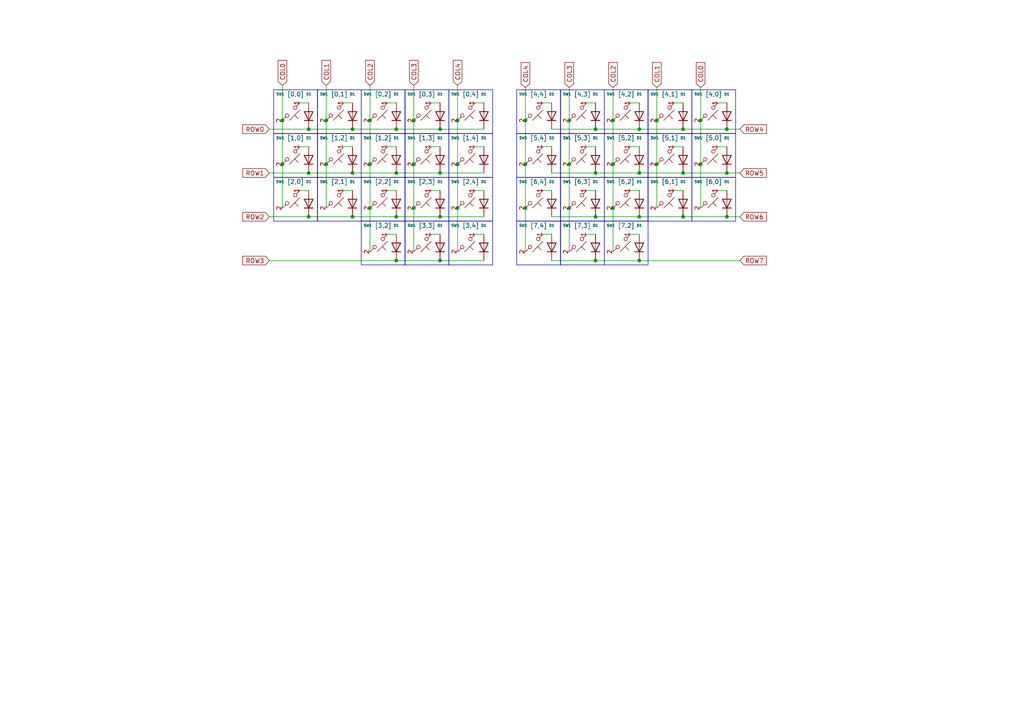
<source format=kicad_sch>
(kicad_sch (version 20230121) (generator eeschema)

  (uuid 20cc01ec-b59e-4033-ad8f-d522c08c2555)

  (paper "A4")

  (lib_symbols
    (symbol "Diode:1N4148W" (pin_numbers hide) (pin_names hide) (in_bom yes) (on_board yes)
      (property "Reference" "D" (at 0 2.54 0)
        (effects (font (size 1.27 1.27)))
      )
      (property "Value" "1N4148W" (at 0 -2.54 0)
        (effects (font (size 1.27 1.27)))
      )
      (property "Footprint" "Diode_SMD:D_SOD-123" (at 0 -4.445 0)
        (effects (font (size 1.27 1.27)) hide)
      )
      (property "Datasheet" "https://www.vishay.com/docs/85748/1n4148w.pdf" (at 0 0 0)
        (effects (font (size 1.27 1.27)) hide)
      )
      (property "Sim.Device" "D" (at 0 0 0)
        (effects (font (size 1.27 1.27)) hide)
      )
      (property "Sim.Pins" "1=K 2=A" (at 0 0 0)
        (effects (font (size 1.27 1.27)) hide)
      )
      (property "ki_keywords" "diode" (at 0 0 0)
        (effects (font (size 1.27 1.27)) hide)
      )
      (property "ki_description" "75V 0.15A Fast Switching Diode, SOD-123" (at 0 0 0)
        (effects (font (size 1.27 1.27)) hide)
      )
      (property "ki_fp_filters" "D*SOD?123*" (at 0 0 0)
        (effects (font (size 1.27 1.27)) hide)
      )
      (symbol "1N4148W_0_1"
        (polyline
          (pts
            (xy -1.27 1.27)
            (xy -1.27 -1.27)
          )
          (stroke (width 0.254) (type default))
          (fill (type none))
        )
        (polyline
          (pts
            (xy 1.27 0)
            (xy -1.27 0)
          )
          (stroke (width 0) (type default))
          (fill (type none))
        )
        (polyline
          (pts
            (xy 1.27 1.27)
            (xy 1.27 -1.27)
            (xy -1.27 0)
            (xy 1.27 1.27)
          )
          (stroke (width 0.254) (type default))
          (fill (type none))
        )
      )
      (symbol "1N4148W_1_1"
        (pin passive line (at -3.81 0 0) (length 2.54)
          (name "K" (effects (font (size 1.27 1.27))))
          (number "1" (effects (font (size 1.27 1.27))))
        )
        (pin passive line (at 3.81 0 180) (length 2.54)
          (name "A" (effects (font (size 1.27 1.27))))
          (number "2" (effects (font (size 1.27 1.27))))
        )
      )
    )
    (symbol "SW_Push_45deg_1" (pin_names (offset 1.016) hide) (in_bom yes) (on_board yes)
      (property "Reference" "SW" (at 3.048 1.016 0)
        (effects (font (size 1.27 1.27)) (justify left))
      )
      (property "Value" "SW_Push_45deg" (at 0 -3.81 0)
        (effects (font (size 1.27 1.27)))
      )
      (property "Footprint" "" (at 0 0 0)
        (effects (font (size 1.27 1.27)) hide)
      )
      (property "Datasheet" "~" (at 0 0 0)
        (effects (font (size 1.27 1.27)) hide)
      )
      (property "ki_keywords" "switch normally-open pushbutton push-button" (at 0 0 0)
        (effects (font (size 1.27 1.27)) hide)
      )
      (property "ki_description" "Push button switch, normally open, two pins, 45° tilted" (at 0 0 0)
        (effects (font (size 1.27 1.27)) hide)
      )
      (symbol "SW_Push_45deg_1_0_1"
        (circle (center -1.1684 1.1684) (radius 0.508)
          (stroke (width 0) (type default))
          (fill (type none))
        )
        (polyline
          (pts
            (xy -0.508 2.54)
            (xy 2.54 -0.508)
          )
          (stroke (width 0) (type default))
          (fill (type none))
        )
        (polyline
          (pts
            (xy 1.016 1.016)
            (xy 2.032 2.032)
          )
          (stroke (width 0) (type default))
          (fill (type none))
        )
        (polyline
          (pts
            (xy -2.54 2.54)
            (xy -1.524 1.524)
            (xy -1.524 1.524)
          )
          (stroke (width 0) (type default))
          (fill (type none))
        )
        (polyline
          (pts
            (xy 1.524 -1.524)
            (xy 2.54 -2.54)
            (xy 2.54 -2.54)
            (xy 2.54 -2.54)
          )
          (stroke (width 0) (type default))
          (fill (type none))
        )
        (circle (center 1.143 -1.1938) (radius 0.508)
          (stroke (width 0) (type default))
          (fill (type none))
        )
        (pin passive line (at -2.54 2.54 0) (length 0)
          (name "1" (effects (font (size 1.27 1.27))))
          (number "1" (effects (font (size 1.27 1.27))))
        )
        (pin passive line (at 2.54 -2.54 180) (length 0)
          (name "2" (effects (font (size 1.27 1.27))))
          (number "2" (effects (font (size 1.27 1.27))))
        )
      )
    )
  )

  (junction (at 114.935 62.865) (diameter 0) (color 0 0 0 0)
    (uuid 045d2cd2-9dd9-48bd-8990-7a1bf3a6468b)
  )
  (junction (at 127.635 62.865) (diameter 0) (color 0 0 0 0)
    (uuid 07cbc569-c5be-433b-89c9-0dbf66ebed02)
  )
  (junction (at 172.72 75.565) (diameter 0) (color 0 0 0 0)
    (uuid 08b16d12-2b57-41f0-a2f5-148dbe6ec1d1)
  )
  (junction (at 177.8 60.325) (diameter 0) (color 0 0 0 0)
    (uuid 0f1d6859-a2d3-4445-b6fb-571d464d73cf)
  )
  (junction (at 165.1 34.925) (diameter 0) (color 0 0 0 0)
    (uuid 12a3d555-e7bc-49e1-a75e-6c0d2b33f9f5)
  )
  (junction (at 172.72 37.465) (diameter 0) (color 0 0 0 0)
    (uuid 17952ed7-6b7d-436a-85dd-4185aa84cc97)
  )
  (junction (at 152.4 34.925) (diameter 0) (color 0 0 0 0)
    (uuid 18ff927f-db8d-43b3-91e5-2248912e38fc)
  )
  (junction (at 172.72 62.865) (diameter 0) (color 0 0 0 0)
    (uuid 256b4029-7b97-4349-a8df-2ab907bef3e4)
  )
  (junction (at 107.315 34.925) (diameter 0) (color 0 0 0 0)
    (uuid 287d53b1-bdf2-40e7-bfd4-9f34ac544675)
  )
  (junction (at 177.8 34.925) (diameter 0) (color 0 0 0 0)
    (uuid 2d8f0b8f-a031-4923-af67-3e81012d2b50)
  )
  (junction (at 114.935 75.565) (diameter 0) (color 0 0 0 0)
    (uuid 2dd94720-1bd9-41fa-b64d-4b52122540fc)
  )
  (junction (at 198.12 62.865) (diameter 0) (color 0 0 0 0)
    (uuid 2fdc9da7-ed3b-4692-b099-59fd2a2ca33f)
  )
  (junction (at 102.235 37.465) (diameter 0) (color 0 0 0 0)
    (uuid 309fb9b4-287b-43d7-b100-e69209556a18)
  )
  (junction (at 185.42 37.465) (diameter 0) (color 0 0 0 0)
    (uuid 33d56ca2-5efc-41ff-afcb-18296099670c)
  )
  (junction (at 127.635 50.165) (diameter 0) (color 0 0 0 0)
    (uuid 3af38607-ae98-4320-a044-eb1595a59377)
  )
  (junction (at 190.5 34.925) (diameter 0) (color 0 0 0 0)
    (uuid 3b398ed9-de79-4047-968e-9286bd82cb92)
  )
  (junction (at 185.42 75.565) (diameter 0) (color 0 0 0 0)
    (uuid 3e35d4f1-4cf2-4af5-8286-1d120b7d0208)
  )
  (junction (at 203.2 34.925) (diameter 0) (color 0 0 0 0)
    (uuid 43a7e8c6-be75-401f-9f88-e2ada776a090)
  )
  (junction (at 89.535 62.865) (diameter 0) (color 0 0 0 0)
    (uuid 45b24ecc-9219-4684-9868-a0481afe42d0)
  )
  (junction (at 114.935 50.165) (diameter 0) (color 0 0 0 0)
    (uuid 5106f388-58fb-485f-9797-62eced029ee4)
  )
  (junction (at 89.535 37.465) (diameter 0) (color 0 0 0 0)
    (uuid 53bc6443-8666-4473-8de7-0a1004506686)
  )
  (junction (at 165.1 60.325) (diameter 0) (color 0 0 0 0)
    (uuid 5b9b6b11-1e4f-47dc-a990-e6d71d8e4191)
  )
  (junction (at 172.72 50.165) (diameter 0) (color 0 0 0 0)
    (uuid 5e8de18b-4fb5-4dca-a361-cf32fa8b4330)
  )
  (junction (at 177.8 47.625) (diameter 0) (color 0 0 0 0)
    (uuid 676610b7-6272-446a-bfd6-78febc8ebba6)
  )
  (junction (at 81.915 47.625) (diameter 0) (color 0 0 0 0)
    (uuid 68558cad-f628-4ba3-94a6-f978ec03de70)
  )
  (junction (at 203.2 47.625) (diameter 0) (color 0 0 0 0)
    (uuid 6d654139-306d-4c5f-87a5-5449c4fb01c5)
  )
  (junction (at 127.635 37.465) (diameter 0) (color 0 0 0 0)
    (uuid 72ccd8b8-3ab2-4eba-ad1d-b25b007375c1)
  )
  (junction (at 89.535 50.165) (diameter 0) (color 0 0 0 0)
    (uuid 7b9160ee-73da-4ac8-897c-a44cadcc8491)
  )
  (junction (at 132.715 47.625) (diameter 0) (color 0 0 0 0)
    (uuid 7bb96e4d-ef26-4862-8770-4ac25d4026ae)
  )
  (junction (at 210.82 62.865) (diameter 0) (color 0 0 0 0)
    (uuid 8259c4da-bbaa-4617-8e8f-989872c34bd4)
  )
  (junction (at 210.82 50.165) (diameter 0) (color 0 0 0 0)
    (uuid 837b37a6-cf7f-4bc6-870f-953fe09c8206)
  )
  (junction (at 94.615 47.625) (diameter 0) (color 0 0 0 0)
    (uuid 8449885d-b0dc-4620-8036-59f5a9d5bea4)
  )
  (junction (at 107.315 60.325) (diameter 0) (color 0 0 0 0)
    (uuid 8d5d1d43-5c9a-4651-9030-496621d7f33b)
  )
  (junction (at 107.315 47.625) (diameter 0) (color 0 0 0 0)
    (uuid a2597a1c-5617-463d-98d7-4511a3a0d614)
  )
  (junction (at 152.4 60.325) (diameter 0) (color 0 0 0 0)
    (uuid adbfcbd5-8fe7-4d0e-96a4-6051ead839fe)
  )
  (junction (at 152.4 47.625) (diameter 0) (color 0 0 0 0)
    (uuid adc0c576-5a0e-4bd3-a477-b8dcc7181337)
  )
  (junction (at 120.015 47.625) (diameter 0) (color 0 0 0 0)
    (uuid af3d9a13-54fe-4a56-8a9f-7a74c5448458)
  )
  (junction (at 94.615 34.925) (diameter 0) (color 0 0 0 0)
    (uuid b68b1f65-3577-4c4e-a32e-77fdd3a9a25c)
  )
  (junction (at 185.42 62.865) (diameter 0) (color 0 0 0 0)
    (uuid b9fe83fb-d3be-416c-ba00-b39b024f8fc1)
  )
  (junction (at 120.015 34.925) (diameter 0) (color 0 0 0 0)
    (uuid bd7cf707-7194-4746-a0ab-bb14e110b644)
  )
  (junction (at 114.935 37.465) (diameter 0) (color 0 0 0 0)
    (uuid c108a0f4-533a-4174-a99b-9bea4535e6ec)
  )
  (junction (at 190.5 47.625) (diameter 0) (color 0 0 0 0)
    (uuid c47ad34e-f065-4e1f-9982-37f67899faae)
  )
  (junction (at 81.915 34.925) (diameter 0) (color 0 0 0 0)
    (uuid c97b9b26-2a9d-4d08-833a-8ffab82421e6)
  )
  (junction (at 127.635 75.565) (diameter 0) (color 0 0 0 0)
    (uuid cea2035c-c6de-4b69-9ae0-06317cfd123f)
  )
  (junction (at 132.715 34.925) (diameter 0) (color 0 0 0 0)
    (uuid dec71850-d9e4-40c4-8f6c-933f9ee882f2)
  )
  (junction (at 120.015 60.325) (diameter 0) (color 0 0 0 0)
    (uuid e0b73628-ab0c-4aa6-9498-e86bcca441da)
  )
  (junction (at 198.12 37.465) (diameter 0) (color 0 0 0 0)
    (uuid e3202a25-e91d-46b9-a0cc-805810fc4e00)
  )
  (junction (at 102.235 62.865) (diameter 0) (color 0 0 0 0)
    (uuid ec681c85-43d0-496b-8e90-799fc6ec12b7)
  )
  (junction (at 198.12 50.165) (diameter 0) (color 0 0 0 0)
    (uuid ef54472d-ff9a-42bf-9ef9-d644401fa431)
  )
  (junction (at 210.82 37.465) (diameter 0) (color 0 0 0 0)
    (uuid f0557c14-002a-46ac-9cb4-1077ef83c167)
  )
  (junction (at 102.235 50.165) (diameter 0) (color 0 0 0 0)
    (uuid f0855b3a-8d78-4fce-a63f-a363a01e8e2a)
  )
  (junction (at 185.42 50.165) (diameter 0) (color 0 0 0 0)
    (uuid f1e5f971-4eb3-42ff-8625-b2abd6f555fb)
  )
  (junction (at 132.715 60.325) (diameter 0) (color 0 0 0 0)
    (uuid f9951024-5917-4cf2-97cb-dd14224b6b2d)
  )
  (junction (at 165.1 47.625) (diameter 0) (color 0 0 0 0)
    (uuid ffabc6a2-0035-4b17-958f-ef8ac3e0c5cc)
  )

  (wire (pts (xy 190.5 47.625) (xy 190.5 60.325))
    (stroke (width 0) (type default))
    (uuid 086cb8a0-ae52-479a-9ca5-5cb9bc4d267d)
  )
  (wire (pts (xy 172.72 50.165) (xy 185.42 50.165))
    (stroke (width 0) (type default))
    (uuid 088a92d2-a0a4-4c22-a240-da48e2587461)
  )
  (wire (pts (xy 195.58 29.845) (xy 198.12 29.845))
    (stroke (width 0) (type default))
    (uuid 0899ea5e-02c7-4bda-85dc-c382e3c7eb1d)
  )
  (wire (pts (xy 78.105 37.465) (xy 89.535 37.465))
    (stroke (width 0) (type default))
    (uuid 0e9cb30b-b115-43b3-a977-8c1c51c32e4d)
  )
  (wire (pts (xy 132.715 24.765) (xy 132.715 34.925))
    (stroke (width 0) (type default))
    (uuid 1162d7a0-8e7f-4298-a952-7bdb81d003c8)
  )
  (wire (pts (xy 208.28 29.845) (xy 210.82 29.845))
    (stroke (width 0) (type default))
    (uuid 1502b59e-1496-45c5-b524-8e4a90f4a15c)
  )
  (wire (pts (xy 195.58 55.245) (xy 198.12 55.245))
    (stroke (width 0) (type default))
    (uuid 1719c905-9d91-41f0-ab1a-9d42217c0839)
  )
  (wire (pts (xy 81.915 34.925) (xy 81.915 47.625))
    (stroke (width 0) (type default))
    (uuid 18fbea7a-2a15-4007-bdb8-fd6d4d5c4ab0)
  )
  (wire (pts (xy 107.315 47.625) (xy 107.315 60.325))
    (stroke (width 0) (type default))
    (uuid 1ab13261-52e0-4663-96bc-97ba33c1703a)
  )
  (wire (pts (xy 120.015 60.325) (xy 120.015 73.025))
    (stroke (width 0) (type default))
    (uuid 1fa96ec0-e648-4c5a-98e9-f54d0c8e8160)
  )
  (wire (pts (xy 214.63 62.865) (xy 210.82 62.865))
    (stroke (width 0) (type default))
    (uuid 24c89a10-4ebd-420e-b68d-87c8ff7b84ef)
  )
  (wire (pts (xy 137.795 55.245) (xy 140.335 55.245))
    (stroke (width 0) (type default))
    (uuid 2618c711-b61c-44f3-b138-63708a850c0d)
  )
  (wire (pts (xy 112.395 55.245) (xy 114.935 55.245))
    (stroke (width 0) (type default))
    (uuid 26622f87-fbb5-4fbb-b217-cc9b85a8cddb)
  )
  (wire (pts (xy 208.28 55.245) (xy 210.82 55.245))
    (stroke (width 0) (type default))
    (uuid 2927d179-f701-43ff-adfa-468e58593e05)
  )
  (wire (pts (xy 127.635 50.165) (xy 140.335 50.165))
    (stroke (width 0) (type default))
    (uuid 2a6d7737-4ba1-4695-bee2-cf4078d7e80e)
  )
  (wire (pts (xy 99.695 42.545) (xy 102.235 42.545))
    (stroke (width 0) (type default))
    (uuid 2a6f9d6e-d2b7-40eb-bcd7-14bf8679675b)
  )
  (wire (pts (xy 160.02 50.165) (xy 172.72 50.165))
    (stroke (width 0) (type default))
    (uuid 2b87bafa-3886-4c51-ab00-100490a8117b)
  )
  (wire (pts (xy 112.395 67.945) (xy 114.935 67.945))
    (stroke (width 0) (type default))
    (uuid 2ba1bd34-4e24-45fa-91c7-f4192b93d173)
  )
  (wire (pts (xy 157.48 29.845) (xy 160.02 29.845))
    (stroke (width 0) (type default))
    (uuid 2e3df8cf-3e43-4f8d-b451-595994325595)
  )
  (wire (pts (xy 127.635 37.465) (xy 140.335 37.465))
    (stroke (width 0) (type default))
    (uuid 2f14fe7f-1755-4a72-9a5c-b82c5bef2ec7)
  )
  (wire (pts (xy 203.2 47.625) (xy 203.2 60.325))
    (stroke (width 0) (type default))
    (uuid 337b8cf4-4470-4a0b-9c4b-b937cdc88363)
  )
  (wire (pts (xy 114.935 50.165) (xy 127.635 50.165))
    (stroke (width 0) (type default))
    (uuid 35b66024-d492-4600-bbd5-f73cdf1d2d1c)
  )
  (wire (pts (xy 99.695 29.845) (xy 102.235 29.845))
    (stroke (width 0) (type default))
    (uuid 35fe62a8-1e24-45da-8e16-90d73af789d9)
  )
  (wire (pts (xy 86.995 29.845) (xy 89.535 29.845))
    (stroke (width 0) (type default))
    (uuid 37cfcb6b-8eb2-44cf-9285-1b2bde1a2d3a)
  )
  (wire (pts (xy 170.18 67.945) (xy 172.72 67.945))
    (stroke (width 0) (type default))
    (uuid 3fb5da45-0135-47b0-8980-0c498ce9c19b)
  )
  (wire (pts (xy 127.635 75.565) (xy 140.335 75.565))
    (stroke (width 0) (type default))
    (uuid 40673806-db30-4e89-80ee-0156f839b855)
  )
  (wire (pts (xy 182.88 29.845) (xy 185.42 29.845))
    (stroke (width 0) (type default))
    (uuid 42ca7148-c24c-471d-8361-0f1f5673dae7)
  )
  (wire (pts (xy 177.8 47.625) (xy 177.8 60.325))
    (stroke (width 0) (type default))
    (uuid 452d6fa4-7f93-41a8-9e23-df1743565359)
  )
  (wire (pts (xy 198.12 62.865) (xy 210.82 62.865))
    (stroke (width 0) (type default))
    (uuid 4566179d-1c4e-46fe-9632-a943900a4622)
  )
  (wire (pts (xy 172.72 62.865) (xy 185.42 62.865))
    (stroke (width 0) (type default))
    (uuid 46c99df6-ef5c-4e0b-ae10-cf24a89952a7)
  )
  (wire (pts (xy 132.715 47.625) (xy 132.715 60.325))
    (stroke (width 0) (type default))
    (uuid 4797611a-d8ec-443d-a62d-acfac20cc559)
  )
  (wire (pts (xy 125.095 67.945) (xy 127.635 67.945))
    (stroke (width 0) (type default))
    (uuid 48db279d-bc34-4173-8ee6-d89f3cc682f5)
  )
  (wire (pts (xy 102.235 50.165) (xy 114.935 50.165))
    (stroke (width 0) (type default))
    (uuid 4bfc2278-0dbb-4f0c-aca8-e1edb6a7c600)
  )
  (wire (pts (xy 157.48 55.245) (xy 160.02 55.245))
    (stroke (width 0) (type default))
    (uuid 4e70e1b0-a768-4dba-b698-44ad08161fe0)
  )
  (wire (pts (xy 182.88 67.945) (xy 185.42 67.945))
    (stroke (width 0) (type default))
    (uuid 4ee5c3e8-86ba-44b2-ac1b-f435d56989a8)
  )
  (wire (pts (xy 152.4 34.925) (xy 152.4 47.625))
    (stroke (width 0) (type default))
    (uuid 54659e26-e6ec-4df9-a9ad-228c9cb0d4ea)
  )
  (wire (pts (xy 78.105 75.565) (xy 114.935 75.565))
    (stroke (width 0) (type default))
    (uuid 54b49128-f092-4417-883a-69b4a412c8dd)
  )
  (wire (pts (xy 125.095 55.245) (xy 127.635 55.245))
    (stroke (width 0) (type default))
    (uuid 56065fbd-5576-4bde-82da-d3ff371a9591)
  )
  (wire (pts (xy 114.935 37.465) (xy 127.635 37.465))
    (stroke (width 0) (type default))
    (uuid 571895c7-ff1e-405b-8e9c-f5a750a0d87f)
  )
  (wire (pts (xy 102.235 37.465) (xy 114.935 37.465))
    (stroke (width 0) (type default))
    (uuid 58b44f44-3d6d-4e49-9468-ca3cfb03f1dc)
  )
  (wire (pts (xy 170.18 55.245) (xy 172.72 55.245))
    (stroke (width 0) (type default))
    (uuid 58ee22d0-19a5-4de3-b8f3-442d3b87f4bf)
  )
  (wire (pts (xy 78.105 62.865) (xy 89.535 62.865))
    (stroke (width 0) (type default))
    (uuid 5916dddb-1bfb-496a-92b1-6a3ac0cf7352)
  )
  (wire (pts (xy 160.02 62.865) (xy 172.72 62.865))
    (stroke (width 0) (type default))
    (uuid 5a77c99b-7f7e-439a-a6da-8c4ac54ae35e)
  )
  (wire (pts (xy 120.015 24.765) (xy 120.015 34.925))
    (stroke (width 0) (type default))
    (uuid 5aed4ac3-76de-45f8-b553-970d87950037)
  )
  (wire (pts (xy 86.995 55.245) (xy 89.535 55.245))
    (stroke (width 0) (type default))
    (uuid 61289d8d-24c6-449d-8242-238b71e8d1ab)
  )
  (wire (pts (xy 94.615 34.925) (xy 94.615 24.765))
    (stroke (width 0) (type default))
    (uuid 63b0f597-8b5b-4074-83c7-a78506be2c1f)
  )
  (wire (pts (xy 185.42 75.565) (xy 214.63 75.565))
    (stroke (width 0) (type default))
    (uuid 6a72c692-5f33-4c61-aa30-9a7eaff16f44)
  )
  (wire (pts (xy 152.4 25.4) (xy 152.4 34.925))
    (stroke (width 0) (type default))
    (uuid 6ea6a3de-1ac9-40e6-adda-e2b3f8e6bf01)
  )
  (wire (pts (xy 157.48 42.545) (xy 160.02 42.545))
    (stroke (width 0) (type default))
    (uuid 72591651-b6fc-4d4e-a070-9184bce0099c)
  )
  (wire (pts (xy 112.395 29.845) (xy 114.935 29.845))
    (stroke (width 0) (type default))
    (uuid 790bed96-0c0b-4c05-a791-12504852a056)
  )
  (wire (pts (xy 182.88 42.545) (xy 185.42 42.545))
    (stroke (width 0) (type default))
    (uuid 7a0f6839-4070-440c-8bad-c6d74de5c151)
  )
  (wire (pts (xy 185.42 62.865) (xy 198.12 62.865))
    (stroke (width 0) (type default))
    (uuid 7a46e3e7-8536-4d7a-a8c1-8561fea8ed3b)
  )
  (wire (pts (xy 125.095 29.845) (xy 127.635 29.845))
    (stroke (width 0) (type default))
    (uuid 7b7540c9-01fd-4e96-b38b-8c36519e3c24)
  )
  (wire (pts (xy 165.1 34.925) (xy 165.1 47.625))
    (stroke (width 0) (type default))
    (uuid 7dfa1216-06cf-4212-bece-09bc52067407)
  )
  (wire (pts (xy 165.1 47.625) (xy 165.1 60.325))
    (stroke (width 0) (type default))
    (uuid 7e0e24ae-6ea3-4bef-84d3-5e7908d53092)
  )
  (wire (pts (xy 198.12 37.465) (xy 210.82 37.465))
    (stroke (width 0) (type default))
    (uuid 80dc35b1-3ae2-44a1-9436-094dd4bbe56b)
  )
  (wire (pts (xy 89.535 50.165) (xy 102.235 50.165))
    (stroke (width 0) (type default))
    (uuid 82f95d3b-3598-49f3-a2b5-34a939baa0f6)
  )
  (wire (pts (xy 137.795 67.945) (xy 140.335 67.945))
    (stroke (width 0) (type default))
    (uuid 854fe340-301f-4c29-9a37-b861e69441d6)
  )
  (wire (pts (xy 203.2 25.4) (xy 203.2 34.925))
    (stroke (width 0) (type default))
    (uuid 89c148d9-47de-4fa9-86df-629b10eada66)
  )
  (wire (pts (xy 172.72 75.565) (xy 185.42 75.565))
    (stroke (width 0) (type default))
    (uuid 8a9ef992-b656-4f9b-9322-d22cf3f69f78)
  )
  (wire (pts (xy 78.105 50.165) (xy 89.535 50.165))
    (stroke (width 0) (type default))
    (uuid 8f682df6-ce15-4a23-bbc8-745c02b18fef)
  )
  (wire (pts (xy 86.995 42.545) (xy 89.535 42.545))
    (stroke (width 0) (type default))
    (uuid 971ebb51-2a14-4707-99d7-2b96917aec3f)
  )
  (wire (pts (xy 127.635 62.865) (xy 140.335 62.865))
    (stroke (width 0) (type default))
    (uuid 98c4e8e1-1a5d-41ec-82b5-02d977b55dc6)
  )
  (wire (pts (xy 132.715 34.925) (xy 132.715 47.625))
    (stroke (width 0) (type default))
    (uuid 9904cfd8-bb25-4128-bdb5-8b9067d7bf0b)
  )
  (wire (pts (xy 114.935 75.565) (xy 127.635 75.565))
    (stroke (width 0) (type default))
    (uuid 9cb238a7-89e5-4357-abcd-66520d9f6ecf)
  )
  (wire (pts (xy 102.235 62.865) (xy 114.935 62.865))
    (stroke (width 0) (type default))
    (uuid 9ceed63b-6452-4354-9b11-b60a756d55c8)
  )
  (wire (pts (xy 160.02 75.565) (xy 172.72 75.565))
    (stroke (width 0) (type default))
    (uuid a89cb8b6-039a-4243-b2dd-5f270c366538)
  )
  (wire (pts (xy 170.18 29.845) (xy 172.72 29.845))
    (stroke (width 0) (type default))
    (uuid a93416b3-37e8-4a37-b05c-ce1404883813)
  )
  (wire (pts (xy 177.8 60.325) (xy 177.8 73.025))
    (stroke (width 0) (type default))
    (uuid ab3d4603-3da6-4744-8c49-a0bf5910e3bc)
  )
  (wire (pts (xy 185.42 50.165) (xy 198.12 50.165))
    (stroke (width 0) (type default))
    (uuid abc49d85-5adb-4124-b70c-92a1c8a83970)
  )
  (wire (pts (xy 107.315 60.325) (xy 107.315 73.025))
    (stroke (width 0) (type default))
    (uuid abd29010-234b-4868-b47d-c9b77304cf96)
  )
  (wire (pts (xy 214.63 50.165) (xy 210.82 50.165))
    (stroke (width 0) (type default))
    (uuid ac32d349-fb6d-4ee5-a005-4df7dfa1af52)
  )
  (wire (pts (xy 195.58 42.545) (xy 198.12 42.545))
    (stroke (width 0) (type default))
    (uuid afa8c460-12b4-4aed-9636-d520cb140aa7)
  )
  (wire (pts (xy 208.28 42.545) (xy 210.82 42.545))
    (stroke (width 0) (type default))
    (uuid b07639e7-4367-4753-acb7-278ea53caf83)
  )
  (wire (pts (xy 203.2 34.925) (xy 203.2 47.625))
    (stroke (width 0) (type default))
    (uuid b27637ed-6c64-4858-a3f0-1980000fdecf)
  )
  (wire (pts (xy 190.5 25.4) (xy 190.5 34.925))
    (stroke (width 0) (type default))
    (uuid b9496c31-9731-4f29-a332-bcfc5130066d)
  )
  (wire (pts (xy 120.015 34.925) (xy 120.015 47.625))
    (stroke (width 0) (type default))
    (uuid ba6d1f4e-8176-4da1-8bf7-7de70fcf0dc8)
  )
  (wire (pts (xy 157.48 67.945) (xy 160.02 67.945))
    (stroke (width 0) (type default))
    (uuid c4599483-7fb6-49c5-b7f7-a17c9b83bf24)
  )
  (wire (pts (xy 152.4 60.325) (xy 152.4 73.025))
    (stroke (width 0) (type default))
    (uuid c55d81d6-17ad-4a9c-88ff-030d052d8d33)
  )
  (wire (pts (xy 120.015 47.625) (xy 120.015 60.325))
    (stroke (width 0) (type default))
    (uuid c6b8e24a-cf74-48e3-a533-9c72e559cb5d)
  )
  (wire (pts (xy 89.535 62.865) (xy 102.235 62.865))
    (stroke (width 0) (type default))
    (uuid c749fdac-e25b-4432-8947-ce136728d4e5)
  )
  (wire (pts (xy 114.935 62.865) (xy 127.635 62.865))
    (stroke (width 0) (type default))
    (uuid c8100bdf-6042-4ddb-b2c3-042952476408)
  )
  (wire (pts (xy 107.315 34.925) (xy 107.315 24.765))
    (stroke (width 0) (type default))
    (uuid c851fbbb-6a64-475a-94d9-20290fead2eb)
  )
  (wire (pts (xy 214.63 37.465) (xy 210.82 37.465))
    (stroke (width 0) (type default))
    (uuid c9df9b30-9f4b-4b68-aaa4-1db5183e24ea)
  )
  (wire (pts (xy 177.8 34.925) (xy 177.8 47.625))
    (stroke (width 0) (type default))
    (uuid cb6065dc-b633-4a8c-abdc-cd988c24a35d)
  )
  (wire (pts (xy 182.88 55.245) (xy 185.42 55.245))
    (stroke (width 0) (type default))
    (uuid cbf14409-2684-4c6d-a3f6-cc217dc5ba51)
  )
  (wire (pts (xy 152.4 47.625) (xy 152.4 60.325))
    (stroke (width 0) (type default))
    (uuid ce5b9ca5-197a-4feb-be51-9e87ff882cc4)
  )
  (wire (pts (xy 172.72 37.465) (xy 185.42 37.465))
    (stroke (width 0) (type default))
    (uuid cfbbf718-35d6-4fef-8f7e-dd165392db4c)
  )
  (wire (pts (xy 81.915 47.625) (xy 81.915 60.325))
    (stroke (width 0) (type default))
    (uuid d12e85e0-30ca-4fb7-8e0d-c0a9f9b08adf)
  )
  (wire (pts (xy 137.795 29.845) (xy 140.335 29.845))
    (stroke (width 0) (type default))
    (uuid d3fffaa8-baca-4b50-bde4-ff8d3cb31870)
  )
  (wire (pts (xy 165.1 60.325) (xy 165.1 73.025))
    (stroke (width 0) (type default))
    (uuid d50399d0-5c94-48d9-9a0e-d73212cd1881)
  )
  (wire (pts (xy 94.615 34.925) (xy 94.615 47.625))
    (stroke (width 0) (type default))
    (uuid d530893d-d70e-4310-ba8b-f8e37573713d)
  )
  (wire (pts (xy 125.095 42.545) (xy 127.635 42.545))
    (stroke (width 0) (type default))
    (uuid d6516b18-8dd8-4516-b0e5-768fd0e0f068)
  )
  (wire (pts (xy 165.1 25.4) (xy 165.1 34.925))
    (stroke (width 0) (type default))
    (uuid d6c74faf-1d26-413e-8921-77f1aac04ce4)
  )
  (wire (pts (xy 112.395 42.545) (xy 114.935 42.545))
    (stroke (width 0) (type default))
    (uuid dae26512-b788-4061-9fe4-e3b7c0df9b29)
  )
  (wire (pts (xy 94.615 47.625) (xy 94.615 60.325))
    (stroke (width 0) (type default))
    (uuid e1d50fa9-4efe-408d-8893-bf955ef47537)
  )
  (wire (pts (xy 81.915 24.765) (xy 81.915 34.925))
    (stroke (width 0) (type default))
    (uuid e4a4ce15-f594-48de-baca-1a262ec81c36)
  )
  (wire (pts (xy 137.795 42.545) (xy 140.335 42.545))
    (stroke (width 0) (type default))
    (uuid e6636cba-8d71-44d6-87f0-2295418ba327)
  )
  (wire (pts (xy 89.535 37.465) (xy 102.235 37.465))
    (stroke (width 0) (type default))
    (uuid e66b43b9-c268-425a-93f2-1d8c08e8f71a)
  )
  (wire (pts (xy 107.315 34.925) (xy 107.315 47.625))
    (stroke (width 0) (type default))
    (uuid e8fc7ece-04a2-4139-8a7e-1b67b43ab4d8)
  )
  (wire (pts (xy 185.42 37.465) (xy 198.12 37.465))
    (stroke (width 0) (type default))
    (uuid f0a83a96-8289-4bec-81fe-0f12e12f7553)
  )
  (wire (pts (xy 198.12 50.165) (xy 210.82 50.165))
    (stroke (width 0) (type default))
    (uuid f3bae3cd-f1d8-4466-a343-baa4f3071364)
  )
  (wire (pts (xy 160.02 37.465) (xy 172.72 37.465))
    (stroke (width 0) (type default))
    (uuid f74e4c0c-904e-4819-9f2b-16e4c4ff956c)
  )
  (wire (pts (xy 132.715 60.325) (xy 132.715 73.025))
    (stroke (width 0) (type default))
    (uuid f7876150-2091-4484-a106-8763668e39f5)
  )
  (wire (pts (xy 99.695 55.245) (xy 102.235 55.245))
    (stroke (width 0) (type default))
    (uuid f80ede80-d89c-486e-ac4d-df2e33bc024b)
  )
  (wire (pts (xy 190.5 34.925) (xy 190.5 47.625))
    (stroke (width 0) (type default))
    (uuid fc5a6482-df12-4b98-a217-99eaa56f7914)
  )
  (wire (pts (xy 170.18 42.545) (xy 172.72 42.545))
    (stroke (width 0) (type default))
    (uuid fd391246-03d8-489d-bc0d-ca87d9559546)
  )
  (wire (pts (xy 177.8 25.4) (xy 177.8 34.925))
    (stroke (width 0) (type default))
    (uuid fe2004f1-7c88-4d49-b7d8-e8db651168ad)
  )

  (rectangle (start 104.775 26.035) (end 117.475 38.735)
    (stroke (width 0) (type default))
    (fill (type none))
    (uuid 032cbd53-39c7-4ae1-8916-e0e1604ffe9b)
  )
  (rectangle (start 117.475 64.135) (end 130.175 76.835)
    (stroke (width 0) (type default))
    (fill (type none))
    (uuid 0a30a265-f637-482a-9b9d-40b1ab8df87a)
  )
  (rectangle (start 149.86 51.435) (end 162.56 64.135)
    (stroke (width 0) (type default))
    (fill (type none))
    (uuid 148941a8-d90e-4fd6-9375-ed8508430fe7)
  )
  (rectangle (start 79.375 38.735) (end 92.075 51.435)
    (stroke (width 0) (type default))
    (fill (type none))
    (uuid 156a2604-0f7b-4a7c-97eb-8b6484586220)
  )
  (rectangle (start 162.56 51.435) (end 175.26 64.135)
    (stroke (width 0) (type default))
    (fill (type none))
    (uuid 171fef19-02d0-4062-8806-534a75220c31)
  )
  (rectangle (start 200.66 51.435) (end 213.36 64.135)
    (stroke (width 0) (type default))
    (fill (type none))
    (uuid 18616c8b-6338-4150-a1e2-4cd6359b3801)
  )
  (rectangle (start 117.475 51.435) (end 130.175 64.135)
    (stroke (width 0) (type default))
    (fill (type none))
    (uuid 2542a7b6-c9a1-4723-aa50-5bcab7e078ab)
  )
  (rectangle (start 187.96 38.735) (end 200.66 51.435)
    (stroke (width 0) (type default))
    (fill (type none))
    (uuid 2abe69f1-f42f-4b01-9491-510ff510f260)
  )
  (rectangle (start 162.56 26.035) (end 175.26 38.735)
    (stroke (width 0) (type default))
    (fill (type none))
    (uuid 32d793bd-1865-479b-bdec-dc49149975d6)
  )
  (rectangle (start 104.775 51.435) (end 117.475 64.135)
    (stroke (width 0) (type default))
    (fill (type none))
    (uuid 3d94352d-2734-4023-8478-f380093733b8)
  )
  (rectangle (start 175.26 51.435) (end 187.96 64.135)
    (stroke (width 0) (type default))
    (fill (type none))
    (uuid 4d52e8dd-8163-43e5-952f-429a86194a11)
  )
  (rectangle (start 130.175 26.035) (end 142.875 38.735)
    (stroke (width 0) (type default))
    (fill (type none))
    (uuid 503a9fc3-976e-495c-868e-e400ce568141)
  )
  (rectangle (start 200.66 26.035) (end 213.36 38.735)
    (stroke (width 0) (type default))
    (fill (type none))
    (uuid 569bae2e-c310-4a32-ba26-b6a0a2b4ce2e)
  )
  (rectangle (start 130.175 51.435) (end 142.875 64.135)
    (stroke (width 0) (type default))
    (fill (type none))
    (uuid 5f3e6a82-c1d9-4966-b213-80754cad74c5)
  )
  (rectangle (start 200.66 38.735) (end 213.36 51.435)
    (stroke (width 0) (type default))
    (fill (type none))
    (uuid 6b1c8990-5476-4711-8fda-b2fdc88b8855)
  )
  (rectangle (start 117.475 26.035) (end 130.175 38.735)
    (stroke (width 0) (type default))
    (fill (type none))
    (uuid 6d80f4da-64da-4ab6-963a-433d91b5bd67)
  )
  (rectangle (start 79.375 26.035) (end 92.075 38.735)
    (stroke (width 0) (type default))
    (fill (type none))
    (uuid 757b6017-2805-41c9-a57a-dd6ef03b9895)
  )
  (rectangle (start 162.56 38.735) (end 175.26 51.435)
    (stroke (width 0) (type default))
    (fill (type none))
    (uuid 9204e791-fe5f-41f0-b299-06ca4423be4f)
  )
  (rectangle (start 104.775 38.735) (end 117.475 51.435)
    (stroke (width 0) (type default))
    (fill (type none))
    (uuid 9400d716-7269-4948-bab8-11ebc1fc610e)
  )
  (rectangle (start 104.775 64.135) (end 117.475 76.835)
    (stroke (width 0) (type default))
    (fill (type none))
    (uuid a221291e-6020-4c1c-9035-3091ab47d5da)
  )
  (rectangle (start 79.375 51.435) (end 92.075 64.135)
    (stroke (width 0) (type default))
    (fill (type none))
    (uuid a47cf7ba-d24c-499e-aef9-87cb3a175336)
  )
  (rectangle (start 149.86 64.135) (end 162.56 76.835)
    (stroke (width 0) (type default))
    (fill (type none))
    (uuid a508c167-6de5-42e5-b332-3b234e61fa6f)
  )
  (rectangle (start 175.26 38.735) (end 187.96 51.435)
    (stroke (width 0) (type default))
    (fill (type none))
    (uuid b12f4789-e03d-4b47-b329-9edfc7cae2d2)
  )
  (rectangle (start 175.26 64.135) (end 187.96 76.835)
    (stroke (width 0) (type default))
    (fill (type none))
    (uuid b673e09e-fb86-489d-b52f-1a33fedbbaa8)
  )
  (rectangle (start 92.075 26.035) (end 104.775 38.735)
    (stroke (width 0) (type default))
    (fill (type none))
    (uuid bfbc8e98-87f8-4fda-8e77-e5a752b3bf57)
  )
  (rectangle (start 130.175 38.735) (end 142.875 51.435)
    (stroke (width 0) (type default))
    (fill (type none))
    (uuid c0650be8-2a92-4aa0-9632-b605dd0835c0)
  )
  (rectangle (start 92.075 51.435) (end 104.775 64.135)
    (stroke (width 0) (type default))
    (fill (type none))
    (uuid c0e771ef-be46-47e8-853b-e17afa9cc6f9)
  )
  (rectangle (start 187.96 51.435) (end 200.66 64.135)
    (stroke (width 0) (type default))
    (fill (type none))
    (uuid d2acb9be-50c3-408b-8cb1-b29275f3ce03)
  )
  (rectangle (start 162.56 64.135) (end 175.26 76.835)
    (stroke (width 0) (type default))
    (fill (type none))
    (uuid dad71e3a-6c08-482c-bbc2-5c8266294f57)
  )
  (rectangle (start 175.26 26.035) (end 187.96 38.735)
    (stroke (width 0) (type default))
    (fill (type none))
    (uuid dffb1c4f-54ec-4996-927e-9e2aa0891323)
  )
  (rectangle (start 187.96 26.035) (end 200.66 38.735)
    (stroke (width 0) (type default))
    (fill (type none))
    (uuid e1b04df7-fbfd-4c92-840d-c150f7a80ba5)
  )
  (rectangle (start 117.475 38.735) (end 130.175 51.435)
    (stroke (width 0) (type default))
    (fill (type none))
    (uuid e203bc57-d332-4d11-ba51-147f61eee027)
  )
  (rectangle (start 130.175 64.135) (end 142.875 76.835)
    (stroke (width 0) (type default))
    (fill (type none))
    (uuid e2536c87-738c-4f96-a066-f0890aa16055)
  )
  (rectangle (start 92.075 38.735) (end 104.775 51.435)
    (stroke (width 0) (type default))
    (fill (type none))
    (uuid f4115a51-8237-4d57-9502-1708eda3aeff)
  )
  (rectangle (start 149.86 38.735) (end 162.56 51.435)
    (stroke (width 0) (type default))
    (fill (type none))
    (uuid f6cf7eb0-d13a-4c12-8308-a054261fe417)
  )
  (rectangle (start 149.86 26.035) (end 162.56 38.735)
    (stroke (width 0) (type default))
    (fill (type none))
    (uuid fad5fab2-1833-4862-ba78-4d4288afa235)
  )

  (global_label "ROW1" (shape input) (at 78.105 50.165 180) (fields_autoplaced)
    (effects (font (size 1.27 1.27)) (justify right))
    (uuid 04f7f3a3-8ce0-4545-b95a-c5dcfd651471)
    (property "Intersheetrefs" "${INTERSHEET_REFS}" (at 69.8584 50.165 0)
      (effects (font (size 1.27 1.27)) (justify right) hide)
    )
  )
  (global_label "ROW5" (shape input) (at 214.63 50.165 0) (fields_autoplaced)
    (effects (font (size 1.27 1.27)) (justify left))
    (uuid 0f867831-33d6-41f0-8253-855ca1d06486)
    (property "Intersheetrefs" "${INTERSHEET_REFS}" (at 222.8766 50.165 0)
      (effects (font (size 1.27 1.27)) (justify left) hide)
    )
  )
  (global_label "COL3" (shape input) (at 165.1 25.4 90) (fields_autoplaced)
    (effects (font (size 1.27 1.27)) (justify left))
    (uuid 1e65715e-05f4-47c3-88a6-8513755bb8e1)
    (property "Intersheetrefs" "${INTERSHEET_REFS}" (at 165.1 17.5767 90)
      (effects (font (size 1.27 1.27)) (justify left) hide)
    )
  )
  (global_label "COL1" (shape input) (at 94.615 24.765 90) (fields_autoplaced)
    (effects (font (size 1.27 1.27)) (justify left))
    (uuid 27bdd030-5a29-4627-9789-aefd5dc33794)
    (property "Intersheetrefs" "${INTERSHEET_REFS}" (at 94.615 16.9417 90)
      (effects (font (size 1.27 1.27)) (justify left) hide)
    )
  )
  (global_label "ROW7" (shape input) (at 214.63 75.565 0) (fields_autoplaced)
    (effects (font (size 1.27 1.27)) (justify left))
    (uuid 2fb02141-d7b8-4631-addb-593a42d0361f)
    (property "Intersheetrefs" "${INTERSHEET_REFS}" (at 222.8766 75.565 0)
      (effects (font (size 1.27 1.27)) (justify left) hide)
    )
  )
  (global_label "ROW6" (shape input) (at 214.63 62.865 0) (fields_autoplaced)
    (effects (font (size 1.27 1.27)) (justify left))
    (uuid 41041dd0-753f-4c2b-b58b-c7df8e319ab3)
    (property "Intersheetrefs" "${INTERSHEET_REFS}" (at 222.8766 62.865 0)
      (effects (font (size 1.27 1.27)) (justify left) hide)
    )
  )
  (global_label "ROW2" (shape input) (at 78.105 62.865 180) (fields_autoplaced)
    (effects (font (size 1.27 1.27)) (justify right))
    (uuid 5031602a-fa70-4e36-b784-5996f9cc4207)
    (property "Intersheetrefs" "${INTERSHEET_REFS}" (at 69.8584 62.865 0)
      (effects (font (size 1.27 1.27)) (justify right) hide)
    )
  )
  (global_label "COL4" (shape input) (at 132.715 24.765 90) (fields_autoplaced)
    (effects (font (size 1.27 1.27)) (justify left))
    (uuid 634d105c-bac6-45e2-b061-a14f10af53ac)
    (property "Intersheetrefs" "${INTERSHEET_REFS}" (at 132.715 16.9417 90)
      (effects (font (size 1.27 1.27)) (justify left) hide)
    )
  )
  (global_label "COL2" (shape input) (at 107.315 24.765 90) (fields_autoplaced)
    (effects (font (size 1.27 1.27)) (justify left))
    (uuid 8fe5e4fb-8e8d-466a-b6f0-7849e2ee0168)
    (property "Intersheetrefs" "${INTERSHEET_REFS}" (at 107.315 16.9417 90)
      (effects (font (size 1.27 1.27)) (justify left) hide)
    )
  )
  (global_label "COL2" (shape input) (at 177.8 25.4 90) (fields_autoplaced)
    (effects (font (size 1.27 1.27)) (justify left))
    (uuid 96b228ca-ce83-423b-a707-768920365b07)
    (property "Intersheetrefs" "${INTERSHEET_REFS}" (at 177.8 17.5767 90)
      (effects (font (size 1.27 1.27)) (justify left) hide)
    )
  )
  (global_label "ROW0" (shape input) (at 78.105 37.465 180) (fields_autoplaced)
    (effects (font (size 1.27 1.27)) (justify right))
    (uuid 9e299111-fa9d-417d-91f3-dd0b425e6b3b)
    (property "Intersheetrefs" "${INTERSHEET_REFS}" (at 69.8584 37.465 0)
      (effects (font (size 1.27 1.27)) (justify right) hide)
    )
  )
  (global_label "ROW3" (shape input) (at 78.105 75.565 180) (fields_autoplaced)
    (effects (font (size 1.27 1.27)) (justify right))
    (uuid a8c063ac-914d-4a14-9510-d33dfe2ac8b2)
    (property "Intersheetrefs" "${INTERSHEET_REFS}" (at 69.8584 75.565 0)
      (effects (font (size 1.27 1.27)) (justify right) hide)
    )
  )
  (global_label "COL0" (shape input) (at 81.915 24.765 90) (fields_autoplaced)
    (effects (font (size 1.27 1.27)) (justify left))
    (uuid c4942e44-c604-41eb-afc7-7fbc15860251)
    (property "Intersheetrefs" "${INTERSHEET_REFS}" (at 81.915 16.9417 90)
      (effects (font (size 1.27 1.27)) (justify left) hide)
    )
  )
  (global_label "COL4" (shape input) (at 152.4 25.4 90) (fields_autoplaced)
    (effects (font (size 1.27 1.27)) (justify left))
    (uuid c529ba13-95c0-4e4e-942a-0722b2fd852f)
    (property "Intersheetrefs" "${INTERSHEET_REFS}" (at 152.4 17.5767 90)
      (effects (font (size 1.27 1.27)) (justify left) hide)
    )
  )
  (global_label "COL1" (shape input) (at 190.5 25.4 90) (fields_autoplaced)
    (effects (font (size 1.27 1.27)) (justify left))
    (uuid d66bc541-2871-4f27-b4ed-8fd2db4da092)
    (property "Intersheetrefs" "${INTERSHEET_REFS}" (at 190.5 17.5767 90)
      (effects (font (size 1.27 1.27)) (justify left) hide)
    )
  )
  (global_label "COL3" (shape input) (at 120.015 24.765 90) (fields_autoplaced)
    (effects (font (size 1.27 1.27)) (justify left))
    (uuid ef538b06-b186-4972-a5bc-5daaaf848be2)
    (property "Intersheetrefs" "${INTERSHEET_REFS}" (at 120.015 16.9417 90)
      (effects (font (size 1.27 1.27)) (justify left) hide)
    )
  )
  (global_label "ROW4" (shape input) (at 214.63 37.465 0) (fields_autoplaced)
    (effects (font (size 1.27 1.27)) (justify left))
    (uuid f290df1e-0409-43ba-ba94-2459a3178cdf)
    (property "Intersheetrefs" "${INTERSHEET_REFS}" (at 222.8766 37.465 0)
      (effects (font (size 1.27 1.27)) (justify left) hide)
    )
  )
  (global_label "COL0" (shape input) (at 203.2 25.4 90) (fields_autoplaced)
    (effects (font (size 1.27 1.27)) (justify left))
    (uuid ff5917cf-6b58-4c55-af00-0da27da7bf91)
    (property "Intersheetrefs" "${INTERSHEET_REFS}" (at 203.2 17.5767 90)
      (effects (font (size 1.27 1.27)) (justify left) hide)
    )
  )

  (symbol (lib_name "SW_Push_45deg_1") (lib_id "Switch:SW_Push_45deg") (at 167.64 32.385 270) (unit 1)
    (in_bom yes) (on_board yes) (dnp no)
    (uuid 0147f195-cda9-457a-b2bc-549f2972a417)
    (property "Reference" "SW1" (at 164.465 27.305 90)
      (effects (font (size 0.75 0.75)))
    )
    (property "Value" "[4,3]" (at 168.91 27.305 90)
      (effects (font (size 1.27 1.27)))
    )
    (property "Footprint" "0-hazel:Silent Square Micro Switch" (at 167.64 32.385 0)
      (effects (font (size 1.27 1.27)) hide)
    )
    (property "Datasheet" "~" (at 167.64 32.385 0)
      (effects (font (size 1.27 1.27)) hide)
    )
    (property "ROW" "4" (at 167.64 32.385 90)
      (effects (font (size 1.27 1.27)) hide)
    )
    (property "COL" "3" (at 167.64 32.385 90)
      (effects (font (size 1.27 1.27)) hide)
    )
    (pin "1" (uuid 48715515-00ad-446e-b09e-2cd2526d2069))
    (pin "2" (uuid 67abf993-9c56-40c9-b0a3-ec9cd5947b06))
    (instances
      (project "bw2"
        (path "/bcf08c00-9729-48c6-a1d1-fd61a92f814c"
          (reference "SW1") (unit 1)
        )
        (path "/bcf08c00-9729-48c6-a1d1-fd61a92f814c/05931c95-a9e7-464b-bc2a-a1adbf6ee993"
          (reference "SW27") (unit 1)
        )
      )
    )
  )

  (symbol (lib_id "Diode:1N4148W") (at 198.12 33.655 90) (unit 1)
    (in_bom yes) (on_board yes) (dnp no)
    (uuid 0c6e7cf2-97e6-4940-a1c2-2ee93125edab)
    (property "Reference" "D1" (at 198.12 27.305 90)
      (effects (font (size 0.75 0.75)))
    )
    (property "Value" "1N4148W" (at 200.66 35.56 90)
      (effects (font (size 1.27 1.27)) (justify right) hide)
    )
    (property "Footprint" "bad-wings:D_SOD-123" (at 202.565 33.655 0)
      (effects (font (size 1.27 1.27)) hide)
    )
    (property "Datasheet" "https://www.vishay.com/docs/85748/1n4148w.pdf" (at 198.12 33.655 0)
      (effects (font (size 1.27 1.27)) hide)
    )
    (property "Sim.Device" "D" (at 198.12 33.655 0)
      (effects (font (size 1.27 1.27)) hide)
    )
    (property "Sim.Pins" "1=K 2=A" (at 198.12 33.655 0)
      (effects (font (size 1.27 1.27)) hide)
    )
    (pin "1" (uuid 95473337-5976-4fc4-a866-d18821a9d42b))
    (pin "2" (uuid 71e9c794-a5a6-4a6f-8317-facda559d066))
    (instances
      (project "bw2"
        (path "/bcf08c00-9729-48c6-a1d1-fd61a92f814c"
          (reference "D1") (unit 1)
        )
        (path "/bcf08c00-9729-48c6-a1d1-fd61a92f814c/05931c95-a9e7-464b-bc2a-a1adbf6ee993"
          (reference "D21") (unit 1)
        )
      )
    )
  )

  (symbol (lib_id "Diode:1N4148W") (at 89.535 33.655 90) (unit 1)
    (in_bom yes) (on_board yes) (dnp no)
    (uuid 0e709a74-e74f-4f7a-ae60-bc2dee64b8f3)
    (property "Reference" "D1" (at 89.535 27.305 90)
      (effects (font (size 0.75 0.75)))
    )
    (property "Value" "1N4148W" (at 92.075 35.56 90)
      (effects (font (size 1.27 1.27)) (justify right) hide)
    )
    (property "Footprint" "bad-wings:D_SOD-123" (at 93.98 33.655 0)
      (effects (font (size 1.27 1.27)) hide)
    )
    (property "Datasheet" "https://www.vishay.com/docs/85748/1n4148w.pdf" (at 89.535 33.655 0)
      (effects (font (size 1.27 1.27)) hide)
    )
    (property "Sim.Device" "D" (at 89.535 33.655 0)
      (effects (font (size 1.27 1.27)) hide)
    )
    (property "Sim.Pins" "1=K 2=A" (at 89.535 33.655 0)
      (effects (font (size 1.27 1.27)) hide)
    )
    (pin "1" (uuid 778366f7-29f4-466f-b035-060a36b7bc84))
    (pin "2" (uuid cb970842-680e-4780-9794-4ae77ee735a3))
    (instances
      (project "bw2"
        (path "/bcf08c00-9729-48c6-a1d1-fd61a92f814c"
          (reference "D1") (unit 1)
        )
        (path "/bcf08c00-9729-48c6-a1d1-fd61a92f814c/05931c95-a9e7-464b-bc2a-a1adbf6ee993"
          (reference "D3") (unit 1)
        )
      )
    )
  )

  (symbol (lib_name "SW_Push_45deg_1") (lib_id "Switch:SW_Push_45deg") (at 122.555 57.785 270) (unit 1)
    (in_bom yes) (on_board yes) (dnp no)
    (uuid 0eac33e4-fa6b-4d97-a825-a190b133ea24)
    (property "Reference" "SW1" (at 119.38 52.705 90)
      (effects (font (size 0.75 0.75)))
    )
    (property "Value" "[2,3]" (at 123.825 52.705 90)
      (effects (font (size 1.27 1.27)))
    )
    (property "Footprint" "0-hazel:Silent Square Micro Switch" (at 122.555 57.785 0)
      (effects (font (size 1.27 1.27)) hide)
    )
    (property "Datasheet" "~" (at 122.555 57.785 0)
      (effects (font (size 1.27 1.27)) hide)
    )
    (property "ROW" "2" (at 122.555 57.785 90)
      (effects (font (size 1.27 1.27)) hide)
    )
    (property "COL" "3" (at 122.555 57.785 90)
      (effects (font (size 1.27 1.27)) hide)
    )
    (pin "1" (uuid 52bd3362-27d7-438e-923b-97bb56e78485))
    (pin "2" (uuid 200fee85-8557-4c5a-aafc-8ebe10c2b0ce))
    (instances
      (project "bw2"
        (path "/bcf08c00-9729-48c6-a1d1-fd61a92f814c"
          (reference "SW1") (unit 1)
        )
        (path "/bcf08c00-9729-48c6-a1d1-fd61a92f814c/05931c95-a9e7-464b-bc2a-a1adbf6ee993"
          (reference "SW10") (unit 1)
        )
      )
    )
  )

  (symbol (lib_id "Diode:1N4148W") (at 172.72 59.055 90) (unit 1)
    (in_bom yes) (on_board yes) (dnp no)
    (uuid 1405669c-2c56-4475-8f55-9a6ef8b389e5)
    (property "Reference" "D1" (at 172.72 52.705 90)
      (effects (font (size 0.75 0.75)))
    )
    (property "Value" "1N4148W" (at 175.26 60.96 90)
      (effects (font (size 1.27 1.27)) (justify right) hide)
    )
    (property "Footprint" "bad-wings:D_SOD-123" (at 177.165 59.055 0)
      (effects (font (size 1.27 1.27)) hide)
    )
    (property "Datasheet" "https://www.vishay.com/docs/85748/1n4148w.pdf" (at 172.72 59.055 0)
      (effects (font (size 1.27 1.27)) hide)
    )
    (property "Sim.Device" "D" (at 172.72 59.055 0)
      (effects (font (size 1.27 1.27)) hide)
    )
    (property "Sim.Pins" "1=K 2=A" (at 172.72 59.055 0)
      (effects (font (size 1.27 1.27)) hide)
    )
    (pin "1" (uuid 23a2ea40-8f2f-419f-af96-dc49c25cfff7))
    (pin "2" (uuid fc96543e-a595-4c26-b432-ef2fc5921a75))
    (instances
      (project "bw2"
        (path "/bcf08c00-9729-48c6-a1d1-fd61a92f814c"
          (reference "D1") (unit 1)
        )
        (path "/bcf08c00-9729-48c6-a1d1-fd61a92f814c/05931c95-a9e7-464b-bc2a-a1adbf6ee993"
          (reference "D25") (unit 1)
        )
      )
    )
  )

  (symbol (lib_name "SW_Push_45deg_1") (lib_id "Switch:SW_Push_45deg") (at 193.04 32.385 270) (unit 1)
    (in_bom yes) (on_board yes) (dnp no)
    (uuid 14a4b28e-3557-4ed7-b685-c9c9edc57029)
    (property "Reference" "SW1" (at 189.865 27.305 90)
      (effects (font (size 0.75 0.75)))
    )
    (property "Value" "[4,1]" (at 194.31 27.305 90)
      (effects (font (size 1.27 1.27)))
    )
    (property "Footprint" "0-hazel:Silent Square Micro Switch" (at 193.04 32.385 0)
      (effects (font (size 1.27 1.27)) hide)
    )
    (property "Datasheet" "~" (at 193.04 32.385 0)
      (effects (font (size 1.27 1.27)) hide)
    )
    (property "ROW" "4" (at 193.04 32.385 90)
      (effects (font (size 1.27 1.27)) hide)
    )
    (property "COL" "1" (at 193.04 32.385 90)
      (effects (font (size 1.27 1.27)) hide)
    )
    (pin "1" (uuid a81dcbad-8f9b-4654-9df5-711034b03fc1))
    (pin "2" (uuid 3755d19f-14f7-4685-8ca8-4e09f35b69d7))
    (instances
      (project "bw2"
        (path "/bcf08c00-9729-48c6-a1d1-fd61a92f814c"
          (reference "SW1") (unit 1)
        )
        (path "/bcf08c00-9729-48c6-a1d1-fd61a92f814c/05931c95-a9e7-464b-bc2a-a1adbf6ee993"
          (reference "SW21") (unit 1)
        )
      )
    )
  )

  (symbol (lib_id "Diode:1N4148W") (at 89.535 46.355 90) (unit 1)
    (in_bom yes) (on_board yes) (dnp no)
    (uuid 15731c98-fb2d-4d6f-8cd3-cd874e2a0d17)
    (property "Reference" "D1" (at 89.535 40.005 90)
      (effects (font (size 0.75 0.75)))
    )
    (property "Value" "1N4148W" (at 92.075 48.26 90)
      (effects (font (size 1.27 1.27)) (justify right) hide)
    )
    (property "Footprint" "bad-wings:D_SOD-123" (at 93.98 46.355 0)
      (effects (font (size 1.27 1.27)) hide)
    )
    (property "Datasheet" "https://www.vishay.com/docs/85748/1n4148w.pdf" (at 89.535 46.355 0)
      (effects (font (size 1.27 1.27)) hide)
    )
    (property "Sim.Device" "D" (at 89.535 46.355 0)
      (effects (font (size 1.27 1.27)) hide)
    )
    (property "Sim.Pins" "1=K 2=A" (at 89.535 46.355 0)
      (effects (font (size 1.27 1.27)) hide)
    )
    (pin "1" (uuid 7d0af1f2-ddee-41c3-af85-7c0b2c2b6d32))
    (pin "2" (uuid 5d1dfea9-ebb1-48c8-85aa-6dd981c7db78))
    (instances
      (project "bw2"
        (path "/bcf08c00-9729-48c6-a1d1-fd61a92f814c"
          (reference "D1") (unit 1)
        )
        (path "/bcf08c00-9729-48c6-a1d1-fd61a92f814c/05931c95-a9e7-464b-bc2a-a1adbf6ee993"
          (reference "D2") (unit 1)
        )
      )
    )
  )

  (symbol (lib_name "SW_Push_45deg_1") (lib_id "Switch:SW_Push_45deg") (at 154.94 32.385 270) (unit 1)
    (in_bom yes) (on_board yes) (dnp no)
    (uuid 195480d7-3d78-4fd1-8ec6-c293674d6e0b)
    (property "Reference" "SW1" (at 151.765 27.305 90)
      (effects (font (size 0.75 0.75)))
    )
    (property "Value" "[4,4]" (at 156.21 27.305 90)
      (effects (font (size 1.27 1.27)))
    )
    (property "Footprint" "0-hazel:Silent Square Micro Switch" (at 154.94 32.385 0)
      (effects (font (size 1.27 1.27)) hide)
    )
    (property "Datasheet" "~" (at 154.94 32.385 0)
      (effects (font (size 1.27 1.27)) hide)
    )
    (property "ROW" "4" (at 154.94 32.385 90)
      (effects (font (size 1.27 1.27)) hide)
    )
    (property "COL" "4" (at 154.94 32.385 90)
      (effects (font (size 1.27 1.27)) hide)
    )
    (pin "1" (uuid 79859abb-66f7-436c-b81d-159ed5d028d2))
    (pin "2" (uuid 1e30caac-34da-4326-8512-0045032f2caa))
    (instances
      (project "bw2"
        (path "/bcf08c00-9729-48c6-a1d1-fd61a92f814c"
          (reference "SW1") (unit 1)
        )
        (path "/bcf08c00-9729-48c6-a1d1-fd61a92f814c/05931c95-a9e7-464b-bc2a-a1adbf6ee993"
          (reference "SW30") (unit 1)
        )
      )
    )
  )

  (symbol (lib_name "SW_Push_45deg_1") (lib_id "Switch:SW_Push_45deg") (at 97.155 32.385 270) (unit 1)
    (in_bom yes) (on_board yes) (dnp no)
    (uuid 1add8844-aac9-401c-8b52-76e2325e4cc7)
    (property "Reference" "SW1" (at 93.98 27.305 90)
      (effects (font (size 0.75 0.75)))
    )
    (property "Value" "[0,1]" (at 98.425 27.305 90)
      (effects (font (size 1.27 1.27)))
    )
    (property "Footprint" "0-hazel:Silent Square Micro Switch" (at 97.155 32.385 0)
      (effects (font (size 1.27 1.27)) hide)
    )
    (property "Datasheet" "~" (at 97.155 32.385 0)
      (effects (font (size 1.27 1.27)) hide)
    )
    (property "ROW" "0" (at 97.155 32.385 90)
      (effects (font (size 1.27 1.27)) hide)
    )
    (property "COL" "1" (at 97.155 32.385 90)
      (effects (font (size 1.27 1.27)) hide)
    )
    (pin "1" (uuid 1bc2847c-719e-48b1-8e75-ee61cefc2b43))
    (pin "2" (uuid 3e48742c-5f97-43b2-9579-658d13cde0df))
    (instances
      (project "bw2"
        (path "/bcf08c00-9729-48c6-a1d1-fd61a92f814c"
          (reference "SW1") (unit 1)
        )
        (path "/bcf08c00-9729-48c6-a1d1-fd61a92f814c/05931c95-a9e7-464b-bc2a-a1adbf6ee993"
          (reference "SW6") (unit 1)
        )
      )
    )
  )

  (symbol (lib_id "Diode:1N4148W") (at 114.935 71.755 90) (unit 1)
    (in_bom yes) (on_board yes) (dnp no)
    (uuid 1c1905c8-cc52-48a4-952f-a3defa462450)
    (property "Reference" "D1" (at 114.935 65.405 90)
      (effects (font (size 0.75 0.75)))
    )
    (property "Value" "1N4148W" (at 117.475 73.66 90)
      (effects (font (size 1.27 1.27)) (justify right) hide)
    )
    (property "Footprint" "bad-wings:D_SOD-123" (at 119.38 71.755 0)
      (effects (font (size 1.27 1.27)) hide)
    )
    (property "Datasheet" "https://www.vishay.com/docs/85748/1n4148w.pdf" (at 114.935 71.755 0)
      (effects (font (size 1.27 1.27)) hide)
    )
    (property "Sim.Device" "D" (at 114.935 71.755 0)
      (effects (font (size 1.27 1.27)) hide)
    )
    (property "Sim.Pins" "1=K 2=A" (at 114.935 71.755 0)
      (effects (font (size 1.27 1.27)) hide)
    )
    (pin "1" (uuid 72d8c387-5ef6-4be8-81cb-8980d42e393e))
    (pin "2" (uuid 62d5a7ae-4536-467e-9f73-31c974fede9c))
    (instances
      (project "bw2"
        (path "/bcf08c00-9729-48c6-a1d1-fd61a92f814c"
          (reference "D1") (unit 1)
        )
        (path "/bcf08c00-9729-48c6-a1d1-fd61a92f814c/05931c95-a9e7-464b-bc2a-a1adbf6ee993"
          (reference "D31") (unit 1)
        )
      )
    )
  )

  (symbol (lib_name "SW_Push_45deg_1") (lib_id "Switch:SW_Push_45deg") (at 84.455 57.785 270) (unit 1)
    (in_bom yes) (on_board yes) (dnp no)
    (uuid 1deaa3bf-8d6b-4aa8-bf1f-b2b2272186ef)
    (property "Reference" "SW1" (at 81.28 52.705 90)
      (effects (font (size 0.75 0.75)))
    )
    (property "Value" "[2,0]" (at 85.725 52.705 90)
      (effects (font (size 1.27 1.27)))
    )
    (property "Footprint" "0-hazel:Silent Square Micro Switch" (at 84.455 57.785 0)
      (effects (font (size 1.27 1.27)) hide)
    )
    (property "Datasheet" "~" (at 84.455 57.785 0)
      (effects (font (size 1.27 1.27)) hide)
    )
    (property "ROW" "2" (at 84.455 57.785 90)
      (effects (font (size 1.27 1.27)) hide)
    )
    (property "COL" "0" (at 84.455 57.785 90)
      (effects (font (size 1.27 1.27)) hide)
    )
    (pin "1" (uuid fff802d6-5f2c-4675-9549-404ea6f25318))
    (pin "2" (uuid 1da3b3e1-2f90-482b-852b-cba1ee1991c1))
    (instances
      (project "bw2"
        (path "/bcf08c00-9729-48c6-a1d1-fd61a92f814c"
          (reference "SW1") (unit 1)
        )
        (path "/bcf08c00-9729-48c6-a1d1-fd61a92f814c/05931c95-a9e7-464b-bc2a-a1adbf6ee993"
          (reference "SW1") (unit 1)
        )
      )
    )
  )

  (symbol (lib_name "SW_Push_45deg_1") (lib_id "Switch:SW_Push_45deg") (at 180.34 57.785 270) (unit 1)
    (in_bom yes) (on_board yes) (dnp no)
    (uuid 222f789d-e4b3-43d3-9fd6-0fdf8fb6e9e6)
    (property "Reference" "SW1" (at 177.165 52.705 90)
      (effects (font (size 0.75 0.75)))
    )
    (property "Value" "[6,2]" (at 181.61 52.705 90)
      (effects (font (size 1.27 1.27)))
    )
    (property "Footprint" "0-hazel:Silent Square Micro Switch" (at 180.34 57.785 0)
      (effects (font (size 1.27 1.27)) hide)
    )
    (property "Datasheet" "~" (at 180.34 57.785 0)
      (effects (font (size 1.27 1.27)) hide)
    )
    (property "ROW" "6" (at 180.34 57.785 90)
      (effects (font (size 1.27 1.27)) hide)
    )
    (property "COL" "2" (at 180.34 57.785 90)
      (effects (font (size 1.27 1.27)) hide)
    )
    (pin "1" (uuid d3e0c2e7-6be5-4b69-b739-75755a160e0e))
    (pin "2" (uuid 4bc0f392-f9ac-43c0-8f4a-7c0402a4783a))
    (instances
      (project "bw2"
        (path "/bcf08c00-9729-48c6-a1d1-fd61a92f814c"
          (reference "SW1") (unit 1)
        )
        (path "/bcf08c00-9729-48c6-a1d1-fd61a92f814c/05931c95-a9e7-464b-bc2a-a1adbf6ee993"
          (reference "SW22") (unit 1)
        )
      )
    )
  )

  (symbol (lib_name "SW_Push_45deg_1") (lib_id "Switch:SW_Push_45deg") (at 167.64 45.085 270) (unit 1)
    (in_bom yes) (on_board yes) (dnp no)
    (uuid 23ae7755-508b-4fe4-acc0-2790e5b617f2)
    (property "Reference" "SW1" (at 164.465 40.005 90)
      (effects (font (size 0.75 0.75)))
    )
    (property "Value" "[5,3]" (at 168.91 40.005 90)
      (effects (font (size 1.27 1.27)))
    )
    (property "Footprint" "0-hazel:Silent Square Micro Switch" (at 167.64 45.085 0)
      (effects (font (size 1.27 1.27)) hide)
    )
    (property "Datasheet" "~" (at 167.64 45.085 0)
      (effects (font (size 1.27 1.27)) hide)
    )
    (property "ROW" "5" (at 167.64 45.085 90)
      (effects (font (size 1.27 1.27)) hide)
    )
    (property "COL" "3" (at 167.64 45.085 90)
      (effects (font (size 1.27 1.27)) hide)
    )
    (pin "1" (uuid 007b0765-f6c5-4f58-b159-a35ba708d0f9))
    (pin "2" (uuid aa8450fa-c63b-4dae-a638-18fb13dd8de3))
    (instances
      (project "bw2"
        (path "/bcf08c00-9729-48c6-a1d1-fd61a92f814c"
          (reference "SW1") (unit 1)
        )
        (path "/bcf08c00-9729-48c6-a1d1-fd61a92f814c/05931c95-a9e7-464b-bc2a-a1adbf6ee993"
          (reference "SW26") (unit 1)
        )
      )
    )
  )

  (symbol (lib_name "SW_Push_45deg_1") (lib_id "Switch:SW_Push_45deg") (at 84.455 32.385 270) (unit 1)
    (in_bom yes) (on_board yes) (dnp no)
    (uuid 2d9cf211-4f1f-4f35-982d-73a81550b441)
    (property "Reference" "SW1" (at 81.28 27.305 90)
      (effects (font (size 0.75 0.75)))
    )
    (property "Value" "[0,0]" (at 85.725 27.305 90)
      (effects (font (size 1.27 1.27)))
    )
    (property "Footprint" "0-hazel:Silent Square Micro Switch" (at 84.455 32.385 0)
      (effects (font (size 1.27 1.27)) hide)
    )
    (property "Datasheet" "~" (at 84.455 32.385 0)
      (effects (font (size 1.27 1.27)) hide)
    )
    (property "ROW" "0" (at 84.455 32.385 90)
      (effects (font (size 1.27 1.27)) hide)
    )
    (property "COL" "0" (at 84.455 32.385 90)
      (effects (font (size 1.27 1.27)) hide)
    )
    (pin "1" (uuid d7ced1b3-4f10-454d-95bb-397e871d38e2))
    (pin "2" (uuid f1bbf355-3f94-4179-8a78-569ce9faf36a))
    (instances
      (project "bw2"
        (path "/bcf08c00-9729-48c6-a1d1-fd61a92f814c"
          (reference "SW1") (unit 1)
        )
        (path "/bcf08c00-9729-48c6-a1d1-fd61a92f814c/05931c95-a9e7-464b-bc2a-a1adbf6ee993"
          (reference "SW3") (unit 1)
        )
      )
    )
  )

  (symbol (lib_name "SW_Push_45deg_1") (lib_id "Switch:SW_Push_45deg") (at 180.34 70.485 270) (unit 1)
    (in_bom yes) (on_board yes) (dnp no)
    (uuid 2e1e2c82-eb90-4ddd-aa07-473304ac3826)
    (property "Reference" "SW1" (at 177.165 65.405 90)
      (effects (font (size 0.75 0.75)))
    )
    (property "Value" "[7,2]" (at 181.61 65.405 90)
      (effects (font (size 1.27 1.27)))
    )
    (property "Footprint" "0-hazel:Silent Square Micro Switch" (at 180.34 70.485 0)
      (effects (font (size 1.27 1.27)) hide)
    )
    (property "Datasheet" "~" (at 180.34 70.485 0)
      (effects (font (size 1.27 1.27)) hide)
    )
    (property "ROW" "7" (at 180.34 70.485 90)
      (effects (font (size 1.27 1.27)) hide)
    )
    (property "COL" "2" (at 180.34 70.485 90)
      (effects (font (size 1.27 1.27)) hide)
    )
    (pin "1" (uuid 06aacd3f-5985-4bf8-9635-9cfa16ad59fa))
    (pin "2" (uuid 436864aa-b46b-4a29-9e4c-050abf0a57b9))
    (instances
      (project "bw2"
        (path "/bcf08c00-9729-48c6-a1d1-fd61a92f814c"
          (reference "SW1") (unit 1)
        )
        (path "/bcf08c00-9729-48c6-a1d1-fd61a92f814c/05931c95-a9e7-464b-bc2a-a1adbf6ee993"
          (reference "SW34") (unit 1)
        )
      )
    )
  )

  (symbol (lib_name "SW_Push_45deg_1") (lib_id "Switch:SW_Push_45deg") (at 135.255 70.485 270) (unit 1)
    (in_bom yes) (on_board yes) (dnp no)
    (uuid 31964e6b-f48c-4b6a-82cc-f0bc0405ba8a)
    (property "Reference" "SW1" (at 132.08 65.405 90)
      (effects (font (size 0.75 0.75)))
    )
    (property "Value" "[3,4]" (at 136.525 65.405 90)
      (effects (font (size 1.27 1.27)))
    )
    (property "Footprint" "0-hazel:Silent Square Micro Switch" (at 135.255 70.485 0)
      (effects (font (size 1.27 1.27)) hide)
    )
    (property "Datasheet" "~" (at 135.255 70.485 0)
      (effects (font (size 1.27 1.27)) hide)
    )
    (property "ROW" "3" (at 135.255 70.485 90)
      (effects (font (size 1.27 1.27)) hide)
    )
    (property "COL" "4" (at 135.255 70.485 90)
      (effects (font (size 1.27 1.27)) hide)
    )
    (pin "1" (uuid a9129c33-ed63-4310-8c94-ed1e6af6405e))
    (pin "2" (uuid 29b1cd1e-634b-4b2b-821d-fe74d8311282))
    (instances
      (project "bw2"
        (path "/bcf08c00-9729-48c6-a1d1-fd61a92f814c"
          (reference "SW1") (unit 1)
        )
        (path "/bcf08c00-9729-48c6-a1d1-fd61a92f814c/05931c95-a9e7-464b-bc2a-a1adbf6ee993"
          (reference "SW33") (unit 1)
        )
      )
    )
  )

  (symbol (lib_id "Diode:1N4148W") (at 114.935 33.655 90) (unit 1)
    (in_bom yes) (on_board yes) (dnp no)
    (uuid 31d080f4-b9c4-46a1-90b1-7de204e4c8fe)
    (property "Reference" "D1" (at 114.935 27.305 90)
      (effects (font (size 0.75 0.75)))
    )
    (property "Value" "1N4148W" (at 117.475 35.56 90)
      (effects (font (size 1.27 1.27)) (justify right) hide)
    )
    (property "Footprint" "bad-wings:D_SOD-123" (at 119.38 33.655 0)
      (effects (font (size 1.27 1.27)) hide)
    )
    (property "Datasheet" "https://www.vishay.com/docs/85748/1n4148w.pdf" (at 114.935 33.655 0)
      (effects (font (size 1.27 1.27)) hide)
    )
    (property "Sim.Device" "D" (at 114.935 33.655 0)
      (effects (font (size 1.27 1.27)) hide)
    )
    (property "Sim.Pins" "1=K 2=A" (at 114.935 33.655 0)
      (effects (font (size 1.27 1.27)) hide)
    )
    (pin "1" (uuid fd85dcf8-806a-43af-9815-b7d44ed22dc6))
    (pin "2" (uuid 6f0853ef-1378-4834-bcec-ec4ca1e96d35))
    (instances
      (project "bw2"
        (path "/bcf08c00-9729-48c6-a1d1-fd61a92f814c"
          (reference "D1") (unit 1)
        )
        (path "/bcf08c00-9729-48c6-a1d1-fd61a92f814c/05931c95-a9e7-464b-bc2a-a1adbf6ee993"
          (reference "D9") (unit 1)
        )
      )
    )
  )

  (symbol (lib_name "SW_Push_45deg_1") (lib_id "Switch:SW_Push_45deg") (at 122.555 70.485 270) (unit 1)
    (in_bom yes) (on_board yes) (dnp no)
    (uuid 34219dba-13e3-4a84-a922-d9f22906fe03)
    (property "Reference" "SW1" (at 119.38 65.405 90)
      (effects (font (size 0.75 0.75)))
    )
    (property "Value" "[3,3]" (at 123.825 65.405 90)
      (effects (font (size 1.27 1.27)))
    )
    (property "Footprint" "0-hazel:Silent Square Micro Switch" (at 122.555 70.485 0)
      (effects (font (size 1.27 1.27)) hide)
    )
    (property "Datasheet" "~" (at 122.555 70.485 0)
      (effects (font (size 1.27 1.27)) hide)
    )
    (property "ROW" "3" (at 122.555 70.485 90)
      (effects (font (size 1.27 1.27)) hide)
    )
    (property "COL" "3" (at 122.555 70.485 90)
      (effects (font (size 1.27 1.27)) hide)
    )
    (pin "1" (uuid 2d772212-4913-456a-a729-afbd8072ae0d))
    (pin "2" (uuid 481b6c29-c6ad-47bd-b802-ef7d7b7b349c))
    (instances
      (project "bw2"
        (path "/bcf08c00-9729-48c6-a1d1-fd61a92f814c"
          (reference "SW1") (unit 1)
        )
        (path "/bcf08c00-9729-48c6-a1d1-fd61a92f814c/05931c95-a9e7-464b-bc2a-a1adbf6ee993"
          (reference "SW32") (unit 1)
        )
      )
    )
  )

  (symbol (lib_id "Diode:1N4148W") (at 102.235 46.355 90) (unit 1)
    (in_bom yes) (on_board yes) (dnp no)
    (uuid 3be1dec9-3a42-46db-aeaf-6e9eb7517503)
    (property "Reference" "D1" (at 102.235 40.005 90)
      (effects (font (size 0.75 0.75)))
    )
    (property "Value" "1N4148W" (at 104.775 48.26 90)
      (effects (font (size 1.27 1.27)) (justify right) hide)
    )
    (property "Footprint" "bad-wings:D_SOD-123" (at 106.68 46.355 0)
      (effects (font (size 1.27 1.27)) hide)
    )
    (property "Datasheet" "https://www.vishay.com/docs/85748/1n4148w.pdf" (at 102.235 46.355 0)
      (effects (font (size 1.27 1.27)) hide)
    )
    (property "Sim.Device" "D" (at 102.235 46.355 0)
      (effects (font (size 1.27 1.27)) hide)
    )
    (property "Sim.Pins" "1=K 2=A" (at 102.235 46.355 0)
      (effects (font (size 1.27 1.27)) hide)
    )
    (pin "1" (uuid 359dfde8-7b45-4449-90b1-f61dfa2258e1))
    (pin "2" (uuid 397e8b0c-1632-4c2b-9fe6-d1faea416bb0))
    (instances
      (project "bw2"
        (path "/bcf08c00-9729-48c6-a1d1-fd61a92f814c"
          (reference "D1") (unit 1)
        )
        (path "/bcf08c00-9729-48c6-a1d1-fd61a92f814c/05931c95-a9e7-464b-bc2a-a1adbf6ee993"
          (reference "D5") (unit 1)
        )
      )
    )
  )

  (symbol (lib_id "Diode:1N4148W") (at 102.235 33.655 90) (unit 1)
    (in_bom yes) (on_board yes) (dnp no)
    (uuid 3c0be7f0-db11-49f1-b9c1-c86cc5a4c6c9)
    (property "Reference" "D1" (at 102.235 27.305 90)
      (effects (font (size 0.75 0.75)))
    )
    (property "Value" "1N4148W" (at 104.775 35.56 90)
      (effects (font (size 1.27 1.27)) (justify right) hide)
    )
    (property "Footprint" "bad-wings:D_SOD-123" (at 106.68 33.655 0)
      (effects (font (size 1.27 1.27)) hide)
    )
    (property "Datasheet" "https://www.vishay.com/docs/85748/1n4148w.pdf" (at 102.235 33.655 0)
      (effects (font (size 1.27 1.27)) hide)
    )
    (property "Sim.Device" "D" (at 102.235 33.655 0)
      (effects (font (size 1.27 1.27)) hide)
    )
    (property "Sim.Pins" "1=K 2=A" (at 102.235 33.655 0)
      (effects (font (size 1.27 1.27)) hide)
    )
    (pin "1" (uuid 93067654-61b4-40e1-a622-d2392c88cc41))
    (pin "2" (uuid eee5cd3f-3189-499b-8e42-23bf805e136c))
    (instances
      (project "bw2"
        (path "/bcf08c00-9729-48c6-a1d1-fd61a92f814c"
          (reference "D1") (unit 1)
        )
        (path "/bcf08c00-9729-48c6-a1d1-fd61a92f814c/05931c95-a9e7-464b-bc2a-a1adbf6ee993"
          (reference "D6") (unit 1)
        )
      )
    )
  )

  (symbol (lib_id "Diode:1N4148W") (at 172.72 33.655 90) (unit 1)
    (in_bom yes) (on_board yes) (dnp no)
    (uuid 3e20647c-d18b-4bbc-a6c6-35f60e6cd668)
    (property "Reference" "D1" (at 172.72 27.305 90)
      (effects (font (size 0.75 0.75)))
    )
    (property "Value" "1N4148W" (at 175.26 35.56 90)
      (effects (font (size 1.27 1.27)) (justify right) hide)
    )
    (property "Footprint" "bad-wings:D_SOD-123" (at 177.165 33.655 0)
      (effects (font (size 1.27 1.27)) hide)
    )
    (property "Datasheet" "https://www.vishay.com/docs/85748/1n4148w.pdf" (at 172.72 33.655 0)
      (effects (font (size 1.27 1.27)) hide)
    )
    (property "Sim.Device" "D" (at 172.72 33.655 0)
      (effects (font (size 1.27 1.27)) hide)
    )
    (property "Sim.Pins" "1=K 2=A" (at 172.72 33.655 0)
      (effects (font (size 1.27 1.27)) hide)
    )
    (pin "1" (uuid 40e7e2f1-c170-4de4-9b2d-7ba9b4c93a30))
    (pin "2" (uuid a597b699-994b-423b-8fad-df7fee5d98bf))
    (instances
      (project "bw2"
        (path "/bcf08c00-9729-48c6-a1d1-fd61a92f814c"
          (reference "D1") (unit 1)
        )
        (path "/bcf08c00-9729-48c6-a1d1-fd61a92f814c/05931c95-a9e7-464b-bc2a-a1adbf6ee993"
          (reference "D27") (unit 1)
        )
      )
    )
  )

  (symbol (lib_name "SW_Push_45deg_1") (lib_id "Switch:SW_Push_45deg") (at 84.455 45.085 270) (unit 1)
    (in_bom yes) (on_board yes) (dnp no)
    (uuid 42b6e86d-223b-4615-86e1-f7894bff99c8)
    (property "Reference" "SW1" (at 81.28 40.005 90)
      (effects (font (size 0.75 0.75)))
    )
    (property "Value" "[1,0]" (at 85.725 40.005 90)
      (effects (font (size 1.27 1.27)))
    )
    (property "Footprint" "0-hazel:Silent Square Micro Switch" (at 84.455 45.085 0)
      (effects (font (size 1.27 1.27)) hide)
    )
    (property "Datasheet" "~" (at 84.455 45.085 0)
      (effects (font (size 1.27 1.27)) hide)
    )
    (property "ROW" "1" (at 84.455 45.085 90)
      (effects (font (size 1.27 1.27)) hide)
    )
    (property "COL" "0" (at 84.455 45.085 90)
      (effects (font (size 1.27 1.27)) hide)
    )
    (pin "1" (uuid ff6404fd-71f1-4997-80a9-98dcf9aec02c))
    (pin "2" (uuid d4ea8a60-08a2-43c9-b81f-76ba41b17b50))
    (instances
      (project "bw2"
        (path "/bcf08c00-9729-48c6-a1d1-fd61a92f814c"
          (reference "SW1") (unit 1)
        )
        (path "/bcf08c00-9729-48c6-a1d1-fd61a92f814c/05931c95-a9e7-464b-bc2a-a1adbf6ee993"
          (reference "SW2") (unit 1)
        )
      )
    )
  )

  (symbol (lib_name "SW_Push_45deg_1") (lib_id "Switch:SW_Push_45deg") (at 154.94 45.085 270) (unit 1)
    (in_bom yes) (on_board yes) (dnp no)
    (uuid 44926887-975c-4df8-a9ee-cb2e5c943016)
    (property "Reference" "SW1" (at 151.765 40.005 90)
      (effects (font (size 0.75 0.75)))
    )
    (property "Value" "[5,4]" (at 156.21 40.005 90)
      (effects (font (size 1.27 1.27)))
    )
    (property "Footprint" "0-hazel:Silent Square Micro Switch" (at 154.94 45.085 0)
      (effects (font (size 1.27 1.27)) hide)
    )
    (property "Datasheet" "~" (at 154.94 45.085 0)
      (effects (font (size 1.27 1.27)) hide)
    )
    (property "ROW" "5" (at 154.94 45.085 90)
      (effects (font (size 1.27 1.27)) hide)
    )
    (property "COL" "4" (at 154.94 45.085 90)
      (effects (font (size 1.27 1.27)) hide)
    )
    (pin "1" (uuid 68d2ebf6-b6d7-4756-9d83-fafd56a0abdb))
    (pin "2" (uuid 1b52befd-1111-48dd-b43f-d9d396853bb0))
    (instances
      (project "bw2"
        (path "/bcf08c00-9729-48c6-a1d1-fd61a92f814c"
          (reference "SW1") (unit 1)
        )
        (path "/bcf08c00-9729-48c6-a1d1-fd61a92f814c/05931c95-a9e7-464b-bc2a-a1adbf6ee993"
          (reference "SW29") (unit 1)
        )
      )
    )
  )

  (symbol (lib_name "SW_Push_45deg_1") (lib_id "Switch:SW_Push_45deg") (at 122.555 32.385 270) (unit 1)
    (in_bom yes) (on_board yes) (dnp no)
    (uuid 47f80e06-e878-4c34-ac17-3be4ee3e1d02)
    (property "Reference" "SW1" (at 119.38 27.305 90)
      (effects (font (size 0.75 0.75)))
    )
    (property "Value" "[0,3]" (at 123.825 27.305 90)
      (effects (font (size 1.27 1.27)))
    )
    (property "Footprint" "0-hazel:Silent Square Micro Switch" (at 122.555 32.385 0)
      (effects (font (size 1.27 1.27)) hide)
    )
    (property "Datasheet" "~" (at 122.555 32.385 0)
      (effects (font (size 1.27 1.27)) hide)
    )
    (property "ROW" "0" (at 122.555 32.385 90)
      (effects (font (size 1.27 1.27)) hide)
    )
    (property "COL" "3" (at 122.555 32.385 90)
      (effects (font (size 1.27 1.27)) hide)
    )
    (pin "1" (uuid 8df1168d-c649-459b-a3bb-c3195cb45ffb))
    (pin "2" (uuid fc36a09a-8358-428e-8686-b0aba89c2ae8))
    (instances
      (project "bw2"
        (path "/bcf08c00-9729-48c6-a1d1-fd61a92f814c"
          (reference "SW1") (unit 1)
        )
        (path "/bcf08c00-9729-48c6-a1d1-fd61a92f814c/05931c95-a9e7-464b-bc2a-a1adbf6ee993"
          (reference "SW12") (unit 1)
        )
      )
    )
  )

  (symbol (lib_id "Diode:1N4148W") (at 140.335 46.355 90) (unit 1)
    (in_bom yes) (on_board yes) (dnp no)
    (uuid 4993d429-e025-46f0-872b-9599e4d6f120)
    (property "Reference" "D1" (at 140.335 40.005 90)
      (effects (font (size 0.75 0.75)))
    )
    (property "Value" "1N4148W" (at 142.875 48.26 90)
      (effects (font (size 1.27 1.27)) (justify right) hide)
    )
    (property "Footprint" "bad-wings:D_SOD-123" (at 144.78 46.355 0)
      (effects (font (size 1.27 1.27)) hide)
    )
    (property "Datasheet" "https://www.vishay.com/docs/85748/1n4148w.pdf" (at 140.335 46.355 0)
      (effects (font (size 1.27 1.27)) hide)
    )
    (property "Sim.Device" "D" (at 140.335 46.355 0)
      (effects (font (size 1.27 1.27)) hide)
    )
    (property "Sim.Pins" "1=K 2=A" (at 140.335 46.355 0)
      (effects (font (size 1.27 1.27)) hide)
    )
    (pin "1" (uuid 8c716f0d-83df-45b2-903b-a3da06bf13e2))
    (pin "2" (uuid 7e0ee2bb-2999-464c-8457-d6e8937d91d8))
    (instances
      (project "bw2"
        (path "/bcf08c00-9729-48c6-a1d1-fd61a92f814c"
          (reference "D1") (unit 1)
        )
        (path "/bcf08c00-9729-48c6-a1d1-fd61a92f814c/05931c95-a9e7-464b-bc2a-a1adbf6ee993"
          (reference "D14") (unit 1)
        )
      )
    )
  )

  (symbol (lib_name "SW_Push_45deg_1") (lib_id "Switch:SW_Push_45deg") (at 109.855 70.485 270) (unit 1)
    (in_bom yes) (on_board yes) (dnp no)
    (uuid 4ae6a41e-a22e-4697-b9f9-4e1a49bab7cd)
    (property "Reference" "SW1" (at 106.68 65.405 90)
      (effects (font (size 0.75 0.75)))
    )
    (property "Value" "[3,2]" (at 111.125 65.405 90)
      (effects (font (size 1.27 1.27)))
    )
    (property "Footprint" "0-hazel:Silent Square Micro Switch" (at 109.855 70.485 0)
      (effects (font (size 1.27 1.27)) hide)
    )
    (property "Datasheet" "~" (at 109.855 70.485 0)
      (effects (font (size 1.27 1.27)) hide)
    )
    (property "ROW" "3" (at 109.855 70.485 90)
      (effects (font (size 1.27 1.27)) hide)
    )
    (property "COL" "2" (at 109.855 70.485 90)
      (effects (font (size 1.27 1.27)) hide)
    )
    (pin "1" (uuid 4565d059-4211-4378-803b-fc64a28c41c5))
    (pin "2" (uuid d5d55065-3dd8-403a-90a9-b92b104458d8))
    (instances
      (project "bw2"
        (path "/bcf08c00-9729-48c6-a1d1-fd61a92f814c"
          (reference "SW1") (unit 1)
        )
        (path "/bcf08c00-9729-48c6-a1d1-fd61a92f814c/05931c95-a9e7-464b-bc2a-a1adbf6ee993"
          (reference "SW31") (unit 1)
        )
      )
    )
  )

  (symbol (lib_name "SW_Push_45deg_1") (lib_id "Switch:SW_Push_45deg") (at 135.255 32.385 270) (unit 1)
    (in_bom yes) (on_board yes) (dnp no)
    (uuid 5364a470-3763-4786-a993-b809164df231)
    (property "Reference" "SW1" (at 132.08 27.305 90)
      (effects (font (size 0.75 0.75)))
    )
    (property "Value" "[0,4]" (at 136.525 27.305 90)
      (effects (font (size 1.27 1.27)))
    )
    (property "Footprint" "0-hazel:Silent Square Micro Switch" (at 135.255 32.385 0)
      (effects (font (size 1.27 1.27)) hide)
    )
    (property "Datasheet" "~" (at 135.255 32.385 0)
      (effects (font (size 1.27 1.27)) hide)
    )
    (property "ROW" "0" (at 135.255 32.385 90)
      (effects (font (size 1.27 1.27)) hide)
    )
    (property "COL" "4" (at 135.255 32.385 90)
      (effects (font (size 1.27 1.27)) hide)
    )
    (pin "1" (uuid d44c35bf-0368-4830-9e15-d28db37044ba))
    (pin "2" (uuid a9acab0f-28ef-47d4-bca8-85be82d7d1b8))
    (instances
      (project "bw2"
        (path "/bcf08c00-9729-48c6-a1d1-fd61a92f814c"
          (reference "SW1") (unit 1)
        )
        (path "/bcf08c00-9729-48c6-a1d1-fd61a92f814c/05931c95-a9e7-464b-bc2a-a1adbf6ee993"
          (reference "SW15") (unit 1)
        )
      )
    )
  )

  (symbol (lib_id "Diode:1N4148W") (at 160.02 59.055 90) (unit 1)
    (in_bom yes) (on_board yes) (dnp no)
    (uuid 53f55a0f-abf3-4518-97dc-0cb02435f4f9)
    (property "Reference" "D1" (at 160.02 52.705 90)
      (effects (font (size 0.75 0.75)))
    )
    (property "Value" "1N4148W" (at 162.56 60.96 90)
      (effects (font (size 1.27 1.27)) (justify right) hide)
    )
    (property "Footprint" "bad-wings:D_SOD-123" (at 164.465 59.055 0)
      (effects (font (size 1.27 1.27)) hide)
    )
    (property "Datasheet" "https://www.vishay.com/docs/85748/1n4148w.pdf" (at 160.02 59.055 0)
      (effects (font (size 1.27 1.27)) hide)
    )
    (property "Sim.Device" "D" (at 160.02 59.055 0)
      (effects (font (size 1.27 1.27)) hide)
    )
    (property "Sim.Pins" "1=K 2=A" (at 160.02 59.055 0)
      (effects (font (size 1.27 1.27)) hide)
    )
    (pin "1" (uuid d0a4b2a8-e13b-447e-9f83-37f4442f9014))
    (pin "2" (uuid 0ea5a064-4411-484a-b9cf-72de512383e7))
    (instances
      (project "bw2"
        (path "/bcf08c00-9729-48c6-a1d1-fd61a92f814c"
          (reference "D1") (unit 1)
        )
        (path "/bcf08c00-9729-48c6-a1d1-fd61a92f814c/05931c95-a9e7-464b-bc2a-a1adbf6ee993"
          (reference "D28") (unit 1)
        )
      )
    )
  )

  (symbol (lib_id "Diode:1N4148W") (at 127.635 46.355 90) (unit 1)
    (in_bom yes) (on_board yes) (dnp no)
    (uuid 553dfcef-33f1-45be-a276-6ee4821df692)
    (property "Reference" "D1" (at 127.635 40.005 90)
      (effects (font (size 0.75 0.75)))
    )
    (property "Value" "1N4148W" (at 130.175 48.26 90)
      (effects (font (size 1.27 1.27)) (justify right) hide)
    )
    (property "Footprint" "bad-wings:D_SOD-123" (at 132.08 46.355 0)
      (effects (font (size 1.27 1.27)) hide)
    )
    (property "Datasheet" "https://www.vishay.com/docs/85748/1n4148w.pdf" (at 127.635 46.355 0)
      (effects (font (size 1.27 1.27)) hide)
    )
    (property "Sim.Device" "D" (at 127.635 46.355 0)
      (effects (font (size 1.27 1.27)) hide)
    )
    (property "Sim.Pins" "1=K 2=A" (at 127.635 46.355 0)
      (effects (font (size 1.27 1.27)) hide)
    )
    (pin "1" (uuid 15c0ba1f-d828-49da-9a52-1a31769a4da5))
    (pin "2" (uuid eb32fc82-02c9-4716-92ab-f1f1a823ddd3))
    (instances
      (project "bw2"
        (path "/bcf08c00-9729-48c6-a1d1-fd61a92f814c"
          (reference "D1") (unit 1)
        )
        (path "/bcf08c00-9729-48c6-a1d1-fd61a92f814c/05931c95-a9e7-464b-bc2a-a1adbf6ee993"
          (reference "D11") (unit 1)
        )
      )
    )
  )

  (symbol (lib_name "SW_Push_45deg_1") (lib_id "Switch:SW_Push_45deg") (at 97.155 57.785 270) (unit 1)
    (in_bom yes) (on_board yes) (dnp no)
    (uuid 5692b382-eb32-46d0-b385-3fb090aeeff1)
    (property "Reference" "SW1" (at 93.98 52.705 90)
      (effects (font (size 0.75 0.75)))
    )
    (property "Value" "[2,1]" (at 98.425 52.705 90)
      (effects (font (size 1.27 1.27)))
    )
    (property "Footprint" "0-hazel:Silent Square Micro Switch" (at 97.155 57.785 0)
      (effects (font (size 1.27 1.27)) hide)
    )
    (property "Datasheet" "~" (at 97.155 57.785 0)
      (effects (font (size 1.27 1.27)) hide)
    )
    (property "ROW" "2" (at 97.155 57.785 90)
      (effects (font (size 1.27 1.27)) hide)
    )
    (property "COL" "1" (at 97.155 57.785 90)
      (effects (font (size 1.27 1.27)) hide)
    )
    (pin "1" (uuid 890b7827-61ee-4115-9ad9-1632f78c3210))
    (pin "2" (uuid c425bc05-6df4-4c3d-b958-d859ca7260b0))
    (instances
      (project "bw2"
        (path "/bcf08c00-9729-48c6-a1d1-fd61a92f814c"
          (reference "SW1") (unit 1)
        )
        (path "/bcf08c00-9729-48c6-a1d1-fd61a92f814c/05931c95-a9e7-464b-bc2a-a1adbf6ee993"
          (reference "SW4") (unit 1)
        )
      )
    )
  )

  (symbol (lib_id "Diode:1N4148W") (at 172.72 71.755 90) (unit 1)
    (in_bom yes) (on_board yes) (dnp no)
    (uuid 57fe45a6-9740-4869-985f-ba3839ee4957)
    (property "Reference" "D1" (at 172.72 65.405 90)
      (effects (font (size 0.75 0.75)))
    )
    (property "Value" "1N4148W" (at 175.26 73.66 90)
      (effects (font (size 1.27 1.27)) (justify right) hide)
    )
    (property "Footprint" "bad-wings:D_SOD-123" (at 177.165 71.755 0)
      (effects (font (size 1.27 1.27)) hide)
    )
    (property "Datasheet" "https://www.vishay.com/docs/85748/1n4148w.pdf" (at 172.72 71.755 0)
      (effects (font (size 1.27 1.27)) hide)
    )
    (property "Sim.Device" "D" (at 172.72 71.755 0)
      (effects (font (size 1.27 1.27)) hide)
    )
    (property "Sim.Pins" "1=K 2=A" (at 172.72 71.755 0)
      (effects (font (size 1.27 1.27)) hide)
    )
    (pin "1" (uuid e7be0733-725f-4661-93dc-75c465406acd))
    (pin "2" (uuid 69c1fb22-28cf-4ba7-9762-2ccb93fc0084))
    (instances
      (project "bw2"
        (path "/bcf08c00-9729-48c6-a1d1-fd61a92f814c"
          (reference "D1") (unit 1)
        )
        (path "/bcf08c00-9729-48c6-a1d1-fd61a92f814c/05931c95-a9e7-464b-bc2a-a1adbf6ee993"
          (reference "D35") (unit 1)
        )
      )
    )
  )

  (symbol (lib_name "SW_Push_45deg_1") (lib_id "Switch:SW_Push_45deg") (at 109.855 57.785 270) (unit 1)
    (in_bom yes) (on_board yes) (dnp no)
    (uuid 6df89e79-2041-428d-ab68-f559953a5b00)
    (property "Reference" "SW1" (at 106.68 52.705 90)
      (effects (font (size 0.75 0.75)))
    )
    (property "Value" "[2,2]" (at 111.125 52.705 90)
      (effects (font (size 1.27 1.27)))
    )
    (property "Footprint" "0-hazel:Silent Square Micro Switch" (at 109.855 57.785 0)
      (effects (font (size 1.27 1.27)) hide)
    )
    (property "Datasheet" "~" (at 109.855 57.785 0)
      (effects (font (size 1.27 1.27)) hide)
    )
    (property "ROW" "2" (at 109.855 57.785 90)
      (effects (font (size 1.27 1.27)) hide)
    )
    (property "COL" "2" (at 109.855 57.785 90)
      (effects (font (size 1.27 1.27)) hide)
    )
    (pin "1" (uuid 45c00570-9041-4417-a73b-f96fa23cdc1e))
    (pin "2" (uuid 53d90de0-b1e6-4696-b5db-891f67724b5b))
    (instances
      (project "bw2"
        (path "/bcf08c00-9729-48c6-a1d1-fd61a92f814c"
          (reference "SW1") (unit 1)
        )
        (path "/bcf08c00-9729-48c6-a1d1-fd61a92f814c/05931c95-a9e7-464b-bc2a-a1adbf6ee993"
          (reference "SW7") (unit 1)
        )
      )
    )
  )

  (symbol (lib_id "Diode:1N4148W") (at 114.935 46.355 90) (unit 1)
    (in_bom yes) (on_board yes) (dnp no)
    (uuid 722b1752-7ee5-439a-a130-3b1e56689c60)
    (property "Reference" "D1" (at 114.935 40.005 90)
      (effects (font (size 0.75 0.75)))
    )
    (property "Value" "1N4148W" (at 117.475 48.26 90)
      (effects (font (size 1.27 1.27)) (justify right) hide)
    )
    (property "Footprint" "bad-wings:D_SOD-123" (at 119.38 46.355 0)
      (effects (font (size 1.27 1.27)) hide)
    )
    (property "Datasheet" "https://www.vishay.com/docs/85748/1n4148w.pdf" (at 114.935 46.355 0)
      (effects (font (size 1.27 1.27)) hide)
    )
    (property "Sim.Device" "D" (at 114.935 46.355 0)
      (effects (font (size 1.27 1.27)) hide)
    )
    (property "Sim.Pins" "1=K 2=A" (at 114.935 46.355 0)
      (effects (font (size 1.27 1.27)) hide)
    )
    (pin "1" (uuid cccd7424-3c5d-409b-9444-abfb35555207))
    (pin "2" (uuid 8ce81607-9b11-426e-9178-b457f5124f67))
    (instances
      (project "bw2"
        (path "/bcf08c00-9729-48c6-a1d1-fd61a92f814c"
          (reference "D1") (unit 1)
        )
        (path "/bcf08c00-9729-48c6-a1d1-fd61a92f814c/05931c95-a9e7-464b-bc2a-a1adbf6ee993"
          (reference "D8") (unit 1)
        )
      )
    )
  )

  (symbol (lib_id "Diode:1N4148W") (at 172.72 46.355 90) (unit 1)
    (in_bom yes) (on_board yes) (dnp no)
    (uuid 7fb16f06-aefa-49da-8e6d-50c37eefa17a)
    (property "Reference" "D1" (at 172.72 40.005 90)
      (effects (font (size 0.75 0.75)))
    )
    (property "Value" "1N4148W" (at 175.26 48.26 90)
      (effects (font (size 1.27 1.27)) (justify right) hide)
    )
    (property "Footprint" "bad-wings:D_SOD-123" (at 177.165 46.355 0)
      (effects (font (size 1.27 1.27)) hide)
    )
    (property "Datasheet" "https://www.vishay.com/docs/85748/1n4148w.pdf" (at 172.72 46.355 0)
      (effects (font (size 1.27 1.27)) hide)
    )
    (property "Sim.Device" "D" (at 172.72 46.355 0)
      (effects (font (size 1.27 1.27)) hide)
    )
    (property "Sim.Pins" "1=K 2=A" (at 172.72 46.355 0)
      (effects (font (size 1.27 1.27)) hide)
    )
    (pin "1" (uuid 14c644cf-01df-48d9-94ae-e9723a5a0a75))
    (pin "2" (uuid 1d15d2a1-a1e3-4ef9-a090-847fa56749be))
    (instances
      (project "bw2"
        (path "/bcf08c00-9729-48c6-a1d1-fd61a92f814c"
          (reference "D1") (unit 1)
        )
        (path "/bcf08c00-9729-48c6-a1d1-fd61a92f814c/05931c95-a9e7-464b-bc2a-a1adbf6ee993"
          (reference "D26") (unit 1)
        )
      )
    )
  )

  (symbol (lib_name "SW_Push_45deg_1") (lib_id "Switch:SW_Push_45deg") (at 180.34 32.385 270) (unit 1)
    (in_bom yes) (on_board yes) (dnp no)
    (uuid 822aa487-d61d-42f1-bb19-1e5fa41c09a2)
    (property "Reference" "SW1" (at 177.165 27.305 90)
      (effects (font (size 0.75 0.75)))
    )
    (property "Value" "[4,2]" (at 181.61 27.305 90)
      (effects (font (size 1.27 1.27)))
    )
    (property "Footprint" "0-hazel:Silent Square Micro Switch" (at 180.34 32.385 0)
      (effects (font (size 1.27 1.27)) hide)
    )
    (property "Datasheet" "~" (at 180.34 32.385 0)
      (effects (font (size 1.27 1.27)) hide)
    )
    (property "ROW" "4" (at 180.34 32.385 90)
      (effects (font (size 1.27 1.27)) hide)
    )
    (property "COL" "2" (at 180.34 32.385 90)
      (effects (font (size 1.27 1.27)) hide)
    )
    (pin "1" (uuid fc880f11-482b-471e-bb08-e9db1b558204))
    (pin "2" (uuid 0e1c7148-476b-4ee3-84b1-7e5a495d9de9))
    (instances
      (project "bw2"
        (path "/bcf08c00-9729-48c6-a1d1-fd61a92f814c"
          (reference "SW1") (unit 1)
        )
        (path "/bcf08c00-9729-48c6-a1d1-fd61a92f814c/05931c95-a9e7-464b-bc2a-a1adbf6ee993"
          (reference "SW24") (unit 1)
        )
      )
    )
  )

  (symbol (lib_id "Diode:1N4148W") (at 198.12 46.355 90) (unit 1)
    (in_bom yes) (on_board yes) (dnp no)
    (uuid 8701d6a2-d347-454f-8a49-0087c79b8a96)
    (property "Reference" "D1" (at 198.12 40.005 90)
      (effects (font (size 0.75 0.75)))
    )
    (property "Value" "1N4148W" (at 200.66 48.26 90)
      (effects (font (size 1.27 1.27)) (justify right) hide)
    )
    (property "Footprint" "bad-wings:D_SOD-123" (at 202.565 46.355 0)
      (effects (font (size 1.27 1.27)) hide)
    )
    (property "Datasheet" "https://www.vishay.com/docs/85748/1n4148w.pdf" (at 198.12 46.355 0)
      (effects (font (size 1.27 1.27)) hide)
    )
    (property "Sim.Device" "D" (at 198.12 46.355 0)
      (effects (font (size 1.27 1.27)) hide)
    )
    (property "Sim.Pins" "1=K 2=A" (at 198.12 46.355 0)
      (effects (font (size 1.27 1.27)) hide)
    )
    (pin "1" (uuid 6918c514-3f5f-4a80-baa6-9d31d872c527))
    (pin "2" (uuid f399bd9e-bea1-40c9-9166-6d0fc184a749))
    (instances
      (project "bw2"
        (path "/bcf08c00-9729-48c6-a1d1-fd61a92f814c"
          (reference "D1") (unit 1)
        )
        (path "/bcf08c00-9729-48c6-a1d1-fd61a92f814c/05931c95-a9e7-464b-bc2a-a1adbf6ee993"
          (reference "D20") (unit 1)
        )
      )
    )
  )

  (symbol (lib_id "Diode:1N4148W") (at 140.335 59.055 90) (unit 1)
    (in_bom yes) (on_board yes) (dnp no)
    (uuid 87d368d6-5bff-4091-9d6d-a33095dddc57)
    (property "Reference" "D1" (at 140.335 52.705 90)
      (effects (font (size 0.75 0.75)))
    )
    (property "Value" "1N4148W" (at 142.875 60.96 90)
      (effects (font (size 1.27 1.27)) (justify right) hide)
    )
    (property "Footprint" "bad-wings:D_SOD-123" (at 144.78 59.055 0)
      (effects (font (size 1.27 1.27)) hide)
    )
    (property "Datasheet" "https://www.vishay.com/docs/85748/1n4148w.pdf" (at 140.335 59.055 0)
      (effects (font (size 1.27 1.27)) hide)
    )
    (property "Sim.Device" "D" (at 140.335 59.055 0)
      (effects (font (size 1.27 1.27)) hide)
    )
    (property "Sim.Pins" "1=K 2=A" (at 140.335 59.055 0)
      (effects (font (size 1.27 1.27)) hide)
    )
    (pin "1" (uuid dd93379d-c6a7-4fb7-a0ec-bddb4d0beec9))
    (pin "2" (uuid f5018ca6-8c19-4eca-95c8-1bc51a1cdf24))
    (instances
      (project "bw2"
        (path "/bcf08c00-9729-48c6-a1d1-fd61a92f814c"
          (reference "D1") (unit 1)
        )
        (path "/bcf08c00-9729-48c6-a1d1-fd61a92f814c/05931c95-a9e7-464b-bc2a-a1adbf6ee993"
          (reference "D13") (unit 1)
        )
      )
    )
  )

  (symbol (lib_name "SW_Push_45deg_1") (lib_id "Switch:SW_Push_45deg") (at 109.855 45.085 270) (unit 1)
    (in_bom yes) (on_board yes) (dnp no)
    (uuid 8b8c530d-11d5-4a0b-9299-4563c910d008)
    (property "Reference" "SW1" (at 106.68 40.005 90)
      (effects (font (size 0.75 0.75)))
    )
    (property "Value" "[1,2]" (at 111.125 40.005 90)
      (effects (font (size 1.27 1.27)))
    )
    (property "Footprint" "0-hazel:Silent Square Micro Switch" (at 109.855 45.085 0)
      (effects (font (size 1.27 1.27)) hide)
    )
    (property "Datasheet" "~" (at 109.855 45.085 0)
      (effects (font (size 1.27 1.27)) hide)
    )
    (property "ROW" "1" (at 109.855 45.085 90)
      (effects (font (size 1.27 1.27)) hide)
    )
    (property "COL" "2" (at 109.855 45.085 90)
      (effects (font (size 1.27 1.27)) hide)
    )
    (pin "1" (uuid f623ddc3-85cb-4bfd-8fb2-eb45a8d4f80d))
    (pin "2" (uuid 3e419f30-e885-48f4-9327-4377ecacd88b))
    (instances
      (project "bw2"
        (path "/bcf08c00-9729-48c6-a1d1-fd61a92f814c"
          (reference "SW1") (unit 1)
        )
        (path "/bcf08c00-9729-48c6-a1d1-fd61a92f814c/05931c95-a9e7-464b-bc2a-a1adbf6ee993"
          (reference "SW8") (unit 1)
        )
      )
    )
  )

  (symbol (lib_id "Diode:1N4148W") (at 140.335 33.655 90) (unit 1)
    (in_bom yes) (on_board yes) (dnp no)
    (uuid 8d34f79b-7977-4404-916d-3a6bd2ca4674)
    (property "Reference" "D1" (at 140.335 27.305 90)
      (effects (font (size 0.75 0.75)))
    )
    (property "Value" "1N4148W" (at 142.875 35.56 90)
      (effects (font (size 1.27 1.27)) (justify right) hide)
    )
    (property "Footprint" "bad-wings:D_SOD-123" (at 144.78 33.655 0)
      (effects (font (size 1.27 1.27)) hide)
    )
    (property "Datasheet" "https://www.vishay.com/docs/85748/1n4148w.pdf" (at 140.335 33.655 0)
      (effects (font (size 1.27 1.27)) hide)
    )
    (property "Sim.Device" "D" (at 140.335 33.655 0)
      (effects (font (size 1.27 1.27)) hide)
    )
    (property "Sim.Pins" "1=K 2=A" (at 140.335 33.655 0)
      (effects (font (size 1.27 1.27)) hide)
    )
    (pin "1" (uuid bbc65368-daad-43c4-bf33-4752557b454d))
    (pin "2" (uuid 21403132-714e-4a51-92cf-e6d60abedc5c))
    (instances
      (project "bw2"
        (path "/bcf08c00-9729-48c6-a1d1-fd61a92f814c"
          (reference "D1") (unit 1)
        )
        (path "/bcf08c00-9729-48c6-a1d1-fd61a92f814c/05931c95-a9e7-464b-bc2a-a1adbf6ee993"
          (reference "D15") (unit 1)
        )
      )
    )
  )

  (symbol (lib_name "SW_Push_45deg_1") (lib_id "Switch:SW_Push_45deg") (at 193.04 57.785 270) (unit 1)
    (in_bom yes) (on_board yes) (dnp no)
    (uuid 9122bd34-89ab-481f-a2c1-29ca369cf15c)
    (property "Reference" "SW1" (at 189.865 52.705 90)
      (effects (font (size 0.75 0.75)))
    )
    (property "Value" "[6,1]" (at 194.31 52.705 90)
      (effects (font (size 1.27 1.27)))
    )
    (property "Footprint" "0-hazel:Silent Square Micro Switch" (at 193.04 57.785 0)
      (effects (font (size 1.27 1.27)) hide)
    )
    (property "Datasheet" "~" (at 193.04 57.785 0)
      (effects (font (size 1.27 1.27)) hide)
    )
    (property "ROW" "6" (at 193.04 57.785 90)
      (effects (font (size 1.27 1.27)) hide)
    )
    (property "COL" "1" (at 193.04 57.785 90)
      (effects (font (size 1.27 1.27)) hide)
    )
    (pin "1" (uuid 449e6b58-7960-4e9e-b6ae-50c37a7983fc))
    (pin "2" (uuid 525caabb-4ad9-4aaa-bf1c-8c6110257ae5))
    (instances
      (project "bw2"
        (path "/bcf08c00-9729-48c6-a1d1-fd61a92f814c"
          (reference "SW1") (unit 1)
        )
        (path "/bcf08c00-9729-48c6-a1d1-fd61a92f814c/05931c95-a9e7-464b-bc2a-a1adbf6ee993"
          (reference "SW19") (unit 1)
        )
      )
    )
  )

  (symbol (lib_id "Diode:1N4148W") (at 127.635 59.055 90) (unit 1)
    (in_bom yes) (on_board yes) (dnp no)
    (uuid 93e909cf-7581-4739-a21a-152550d5d144)
    (property "Reference" "D1" (at 127.635 52.705 90)
      (effects (font (size 0.75 0.75)))
    )
    (property "Value" "1N4148W" (at 130.175 60.96 90)
      (effects (font (size 1.27 1.27)) (justify right) hide)
    )
    (property "Footprint" "bad-wings:D_SOD-123" (at 132.08 59.055 0)
      (effects (font (size 1.27 1.27)) hide)
    )
    (property "Datasheet" "https://www.vishay.com/docs/85748/1n4148w.pdf" (at 127.635 59.055 0)
      (effects (font (size 1.27 1.27)) hide)
    )
    (property "Sim.Device" "D" (at 127.635 59.055 0)
      (effects (font (size 1.27 1.27)) hide)
    )
    (property "Sim.Pins" "1=K 2=A" (at 127.635 59.055 0)
      (effects (font (size 1.27 1.27)) hide)
    )
    (pin "1" (uuid db5b08af-dc37-4d45-9989-d18a30fff483))
    (pin "2" (uuid 45b36426-f3b5-4a40-ab1d-860612eebcc5))
    (instances
      (project "bw2"
        (path "/bcf08c00-9729-48c6-a1d1-fd61a92f814c"
          (reference "D1") (unit 1)
        )
        (path "/bcf08c00-9729-48c6-a1d1-fd61a92f814c/05931c95-a9e7-464b-bc2a-a1adbf6ee993"
          (reference "D10") (unit 1)
        )
      )
    )
  )

  (symbol (lib_name "SW_Push_45deg_1") (lib_id "Switch:SW_Push_45deg") (at 167.64 57.785 270) (unit 1)
    (in_bom yes) (on_board yes) (dnp no)
    (uuid 961b37eb-cc2b-40d2-bbd9-cc32494df0cb)
    (property "Reference" "SW1" (at 164.465 52.705 90)
      (effects (font (size 0.75 0.75)))
    )
    (property "Value" "[6,3]" (at 168.91 52.705 90)
      (effects (font (size 1.27 1.27)))
    )
    (property "Footprint" "0-hazel:Silent Square Micro Switch" (at 167.64 57.785 0)
      (effects (font (size 1.27 1.27)) hide)
    )
    (property "Datasheet" "~" (at 167.64 57.785 0)
      (effects (font (size 1.27 1.27)) hide)
    )
    (property "ROW" "6" (at 167.64 57.785 90)
      (effects (font (size 1.27 1.27)) hide)
    )
    (property "COL" "3" (at 167.64 57.785 90)
      (effects (font (size 1.27 1.27)) hide)
    )
    (pin "1" (uuid 84806083-62fb-4f5f-92b7-d67745cabf00))
    (pin "2" (uuid f4c96faa-c877-4eb2-a0f4-8c4cea69875a))
    (instances
      (project "bw2"
        (path "/bcf08c00-9729-48c6-a1d1-fd61a92f814c"
          (reference "SW1") (unit 1)
        )
        (path "/bcf08c00-9729-48c6-a1d1-fd61a92f814c/05931c95-a9e7-464b-bc2a-a1adbf6ee993"
          (reference "SW25") (unit 1)
        )
      )
    )
  )

  (symbol (lib_name "SW_Push_45deg_1") (lib_id "Switch:SW_Push_45deg") (at 154.94 57.785 270) (unit 1)
    (in_bom yes) (on_board yes) (dnp no)
    (uuid 9b58202a-b83f-4927-b073-f30cb97a76ef)
    (property "Reference" "SW1" (at 151.765 52.705 90)
      (effects (font (size 0.75 0.75)))
    )
    (property "Value" "[6,4]" (at 156.21 52.705 90)
      (effects (font (size 1.27 1.27)))
    )
    (property "Footprint" "0-hazel:Silent Square Micro Switch" (at 154.94 57.785 0)
      (effects (font (size 1.27 1.27)) hide)
    )
    (property "Datasheet" "~" (at 154.94 57.785 0)
      (effects (font (size 1.27 1.27)) hide)
    )
    (property "ROW" "6" (at 154.94 57.785 90)
      (effects (font (size 1.27 1.27)) hide)
    )
    (property "COL" "4" (at 154.94 57.785 90)
      (effects (font (size 1.27 1.27)) hide)
    )
    (pin "1" (uuid 8448a685-cc5b-45c8-a97a-95184bd3724a))
    (pin "2" (uuid 0f705b0a-7fd7-4797-8467-5a75079eecfa))
    (instances
      (project "bw2"
        (path "/bcf08c00-9729-48c6-a1d1-fd61a92f814c"
          (reference "SW1") (unit 1)
        )
        (path "/bcf08c00-9729-48c6-a1d1-fd61a92f814c/05931c95-a9e7-464b-bc2a-a1adbf6ee993"
          (reference "SW28") (unit 1)
        )
      )
    )
  )

  (symbol (lib_id "Diode:1N4148W") (at 185.42 71.755 90) (unit 1)
    (in_bom yes) (on_board yes) (dnp no)
    (uuid a84cec57-9a13-4428-b549-8f926ca29e80)
    (property "Reference" "D1" (at 185.42 65.405 90)
      (effects (font (size 0.75 0.75)))
    )
    (property "Value" "1N4148W" (at 187.96 73.66 90)
      (effects (font (size 1.27 1.27)) (justify right) hide)
    )
    (property "Footprint" "bad-wings:D_SOD-123" (at 189.865 71.755 0)
      (effects (font (size 1.27 1.27)) hide)
    )
    (property "Datasheet" "https://www.vishay.com/docs/85748/1n4148w.pdf" (at 185.42 71.755 0)
      (effects (font (size 1.27 1.27)) hide)
    )
    (property "Sim.Device" "D" (at 185.42 71.755 0)
      (effects (font (size 1.27 1.27)) hide)
    )
    (property "Sim.Pins" "1=K 2=A" (at 185.42 71.755 0)
      (effects (font (size 1.27 1.27)) hide)
    )
    (pin "1" (uuid 680b8335-f7e5-47fd-a7f2-98592c3da3cb))
    (pin "2" (uuid 299a78ca-b166-4f51-b791-056998d2389e))
    (instances
      (project "bw2"
        (path "/bcf08c00-9729-48c6-a1d1-fd61a92f814c"
          (reference "D1") (unit 1)
        )
        (path "/bcf08c00-9729-48c6-a1d1-fd61a92f814c/05931c95-a9e7-464b-bc2a-a1adbf6ee993"
          (reference "D34") (unit 1)
        )
      )
    )
  )

  (symbol (lib_name "SW_Push_45deg_1") (lib_id "Switch:SW_Push_45deg") (at 135.255 57.785 270) (unit 1)
    (in_bom yes) (on_board yes) (dnp no)
    (uuid aad7a3fa-99ef-43cd-8fad-4534096e1d6b)
    (property "Reference" "SW1" (at 132.08 52.705 90)
      (effects (font (size 0.75 0.75)))
    )
    (property "Value" "[2,4]" (at 136.525 52.705 90)
      (effects (font (size 1.27 1.27)))
    )
    (property "Footprint" "0-hazel:Silent Square Micro Switch" (at 135.255 57.785 0)
      (effects (font (size 1.27 1.27)) hide)
    )
    (property "Datasheet" "~" (at 135.255 57.785 0)
      (effects (font (size 1.27 1.27)) hide)
    )
    (property "ROW" "2" (at 135.255 57.785 90)
      (effects (font (size 1.27 1.27)) hide)
    )
    (property "COL" "4" (at 135.255 57.785 90)
      (effects (font (size 1.27 1.27)) hide)
    )
    (pin "1" (uuid 4320f9e5-a2fd-4df3-a99d-ff05234bcc10))
    (pin "2" (uuid 9f159e5c-5fd9-4f07-9bc7-81fbcc8079aa))
    (instances
      (project "bw2"
        (path "/bcf08c00-9729-48c6-a1d1-fd61a92f814c"
          (reference "SW1") (unit 1)
        )
        (path "/bcf08c00-9729-48c6-a1d1-fd61a92f814c/05931c95-a9e7-464b-bc2a-a1adbf6ee993"
          (reference "SW13") (unit 1)
        )
      )
    )
  )

  (symbol (lib_id "Diode:1N4148W") (at 210.82 59.055 90) (unit 1)
    (in_bom yes) (on_board yes) (dnp no)
    (uuid aebd5aa0-5110-4a83-aa08-386753cd4212)
    (property "Reference" "D1" (at 210.82 52.705 90)
      (effects (font (size 0.75 0.75)))
    )
    (property "Value" "1N4148W" (at 213.36 60.96 90)
      (effects (font (size 1.27 1.27)) (justify right) hide)
    )
    (property "Footprint" "bad-wings:D_SOD-123" (at 215.265 59.055 0)
      (effects (font (size 1.27 1.27)) hide)
    )
    (property "Datasheet" "https://www.vishay.com/docs/85748/1n4148w.pdf" (at 210.82 59.055 0)
      (effects (font (size 1.27 1.27)) hide)
    )
    (property "Sim.Device" "D" (at 210.82 59.055 0)
      (effects (font (size 1.27 1.27)) hide)
    )
    (property "Sim.Pins" "1=K 2=A" (at 210.82 59.055 0)
      (effects (font (size 1.27 1.27)) hide)
    )
    (pin "1" (uuid 8bb00f4d-79a9-4f96-aa33-ff6ebe0e9e8d))
    (pin "2" (uuid 2b526eff-ab84-4d40-af90-de5b32fd330f))
    (instances
      (project "bw2"
        (path "/bcf08c00-9729-48c6-a1d1-fd61a92f814c"
          (reference "D1") (unit 1)
        )
        (path "/bcf08c00-9729-48c6-a1d1-fd61a92f814c/05931c95-a9e7-464b-bc2a-a1adbf6ee993"
          (reference "D16") (unit 1)
        )
      )
    )
  )

  (symbol (lib_id "Diode:1N4148W") (at 102.235 59.055 90) (unit 1)
    (in_bom yes) (on_board yes) (dnp no)
    (uuid b1a6b6f5-b924-49ac-8d2f-2543ad595639)
    (property "Reference" "D1" (at 102.235 52.705 90)
      (effects (font (size 0.75 0.75)))
    )
    (property "Value" "1N4148W" (at 104.775 60.96 90)
      (effects (font (size 1.27 1.27)) (justify right) hide)
    )
    (property "Footprint" "bad-wings:D_SOD-123" (at 106.68 59.055 0)
      (effects (font (size 1.27 1.27)) hide)
    )
    (property "Datasheet" "https://www.vishay.com/docs/85748/1n4148w.pdf" (at 102.235 59.055 0)
      (effects (font (size 1.27 1.27)) hide)
    )
    (property "Sim.Device" "D" (at 102.235 59.055 0)
      (effects (font (size 1.27 1.27)) hide)
    )
    (property "Sim.Pins" "1=K 2=A" (at 102.235 59.055 0)
      (effects (font (size 1.27 1.27)) hide)
    )
    (pin "1" (uuid 6ac1c376-a084-4f2f-8dc0-74039339dc3a))
    (pin "2" (uuid 473fee57-3e6c-460f-8fbd-9fa34152299d))
    (instances
      (project "bw2"
        (path "/bcf08c00-9729-48c6-a1d1-fd61a92f814c"
          (reference "D1") (unit 1)
        )
        (path "/bcf08c00-9729-48c6-a1d1-fd61a92f814c/05931c95-a9e7-464b-bc2a-a1adbf6ee993"
          (reference "D4") (unit 1)
        )
      )
    )
  )

  (symbol (lib_id "Diode:1N4148W") (at 210.82 46.355 90) (unit 1)
    (in_bom yes) (on_board yes) (dnp no)
    (uuid b46b6591-c653-4743-a23a-1e8669c800f8)
    (property "Reference" "D1" (at 210.82 40.005 90)
      (effects (font (size 0.75 0.75)))
    )
    (property "Value" "1N4148W" (at 213.36 48.26 90)
      (effects (font (size 1.27 1.27)) (justify right) hide)
    )
    (property "Footprint" "bad-wings:D_SOD-123" (at 215.265 46.355 0)
      (effects (font (size 1.27 1.27)) hide)
    )
    (property "Datasheet" "https://www.vishay.com/docs/85748/1n4148w.pdf" (at 210.82 46.355 0)
      (effects (font (size 1.27 1.27)) hide)
    )
    (property "Sim.Device" "D" (at 210.82 46.355 0)
      (effects (font (size 1.27 1.27)) hide)
    )
    (property "Sim.Pins" "1=K 2=A" (at 210.82 46.355 0)
      (effects (font (size 1.27 1.27)) hide)
    )
    (pin "1" (uuid 861410f4-258e-460a-83be-b1e5f3cb19fd))
    (pin "2" (uuid d3b56408-f660-4845-a188-c7145951d1b0))
    (instances
      (project "bw2"
        (path "/bcf08c00-9729-48c6-a1d1-fd61a92f814c"
          (reference "D1") (unit 1)
        )
        (path "/bcf08c00-9729-48c6-a1d1-fd61a92f814c/05931c95-a9e7-464b-bc2a-a1adbf6ee993"
          (reference "D17") (unit 1)
        )
      )
    )
  )

  (symbol (lib_name "SW_Push_45deg_1") (lib_id "Switch:SW_Push_45deg") (at 154.94 70.485 270) (unit 1)
    (in_bom yes) (on_board yes) (dnp no)
    (uuid b6ca402e-7ae1-42b2-91e4-ebfb47bd2980)
    (property "Reference" "SW1" (at 151.765 65.405 90)
      (effects (font (size 0.75 0.75)))
    )
    (property "Value" "[7,4]" (at 156.21 65.405 90)
      (effects (font (size 1.27 1.27)))
    )
    (property "Footprint" "0-hazel:Silent Square Micro Switch" (at 154.94 70.485 0)
      (effects (font (size 1.27 1.27)) hide)
    )
    (property "Datasheet" "~" (at 154.94 70.485 0)
      (effects (font (size 1.27 1.27)) hide)
    )
    (property "ROW" "7" (at 154.94 70.485 90)
      (effects (font (size 1.27 1.27)) hide)
    )
    (property "COL" "4" (at 154.94 70.485 90)
      (effects (font (size 1.27 1.27)) hide)
    )
    (pin "1" (uuid 315ba93e-91ed-4e8d-af56-57fbf2d4bf23))
    (pin "2" (uuid d0a73e11-6afa-41d1-b92d-2c341e594975))
    (instances
      (project "bw2"
        (path "/bcf08c00-9729-48c6-a1d1-fd61a92f814c"
          (reference "SW1") (unit 1)
        )
        (path "/bcf08c00-9729-48c6-a1d1-fd61a92f814c/05931c95-a9e7-464b-bc2a-a1adbf6ee993"
          (reference "SW36") (unit 1)
        )
      )
    )
  )

  (symbol (lib_id "Diode:1N4148W") (at 185.42 46.355 90) (unit 1)
    (in_bom yes) (on_board yes) (dnp no)
    (uuid c466ef1a-a334-4fc8-8f4d-1df5d29761fa)
    (property "Reference" "D1" (at 185.42 40.005 90)
      (effects (font (size 0.75 0.75)))
    )
    (property "Value" "1N4148W" (at 187.96 48.26 90)
      (effects (font (size 1.27 1.27)) (justify right) hide)
    )
    (property "Footprint" "bad-wings:D_SOD-123" (at 189.865 46.355 0)
      (effects (font (size 1.27 1.27)) hide)
    )
    (property "Datasheet" "https://www.vishay.com/docs/85748/1n4148w.pdf" (at 185.42 46.355 0)
      (effects (font (size 1.27 1.27)) hide)
    )
    (property "Sim.Device" "D" (at 185.42 46.355 0)
      (effects (font (size 1.27 1.27)) hide)
    )
    (property "Sim.Pins" "1=K 2=A" (at 185.42 46.355 0)
      (effects (font (size 1.27 1.27)) hide)
    )
    (pin "1" (uuid 5d0c62be-07b1-4457-954c-74155b4705d6))
    (pin "2" (uuid b61f444d-db99-47ed-a631-11d63b9a54d6))
    (instances
      (project "bw2"
        (path "/bcf08c00-9729-48c6-a1d1-fd61a92f814c"
          (reference "D1") (unit 1)
        )
        (path "/bcf08c00-9729-48c6-a1d1-fd61a92f814c/05931c95-a9e7-464b-bc2a-a1adbf6ee993"
          (reference "D23") (unit 1)
        )
      )
    )
  )

  (symbol (lib_name "SW_Push_45deg_1") (lib_id "Switch:SW_Push_45deg") (at 193.04 45.085 270) (unit 1)
    (in_bom yes) (on_board yes) (dnp no)
    (uuid c4bf8380-575e-4d1a-8af5-8b1e6f2b40f8)
    (property "Reference" "SW1" (at 189.865 40.005 90)
      (effects (font (size 0.75 0.75)))
    )
    (property "Value" "[5,1]" (at 194.31 40.005 90)
      (effects (font (size 1.27 1.27)))
    )
    (property "Footprint" "0-hazel:Silent Square Micro Switch" (at 193.04 45.085 0)
      (effects (font (size 1.27 1.27)) hide)
    )
    (property "Datasheet" "~" (at 193.04 45.085 0)
      (effects (font (size 1.27 1.27)) hide)
    )
    (property "ROW" "5" (at 193.04 45.085 90)
      (effects (font (size 1.27 1.27)) hide)
    )
    (property "COL" "1" (at 193.04 45.085 90)
      (effects (font (size 1.27 1.27)) hide)
    )
    (pin "1" (uuid f3621200-090b-4032-b231-9eff390a8dc4))
    (pin "2" (uuid 81286651-4eea-4f71-9bf2-8b8f823bffab))
    (instances
      (project "bw2"
        (path "/bcf08c00-9729-48c6-a1d1-fd61a92f814c"
          (reference "SW1") (unit 1)
        )
        (path "/bcf08c00-9729-48c6-a1d1-fd61a92f814c/05931c95-a9e7-464b-bc2a-a1adbf6ee993"
          (reference "SW20") (unit 1)
        )
      )
    )
  )

  (symbol (lib_id "Diode:1N4148W") (at 185.42 33.655 90) (unit 1)
    (in_bom yes) (on_board yes) (dnp no)
    (uuid c713a14a-4ec9-4ca4-8c4b-e323baa9e632)
    (property "Reference" "D1" (at 185.42 27.305 90)
      (effects (font (size 0.75 0.75)))
    )
    (property "Value" "1N4148W" (at 187.96 35.56 90)
      (effects (font (size 1.27 1.27)) (justify right) hide)
    )
    (property "Footprint" "bad-wings:D_SOD-123" (at 189.865 33.655 0)
      (effects (font (size 1.27 1.27)) hide)
    )
    (property "Datasheet" "https://www.vishay.com/docs/85748/1n4148w.pdf" (at 185.42 33.655 0)
      (effects (font (size 1.27 1.27)) hide)
    )
    (property "Sim.Device" "D" (at 185.42 33.655 0)
      (effects (font (size 1.27 1.27)) hide)
    )
    (property "Sim.Pins" "1=K 2=A" (at 185.42 33.655 0)
      (effects (font (size 1.27 1.27)) hide)
    )
    (pin "1" (uuid eced6d2c-8499-4c4f-8511-789e154bb04f))
    (pin "2" (uuid b2ce5e98-75e6-4a27-9ff3-a6f07f92a497))
    (instances
      (project "bw2"
        (path "/bcf08c00-9729-48c6-a1d1-fd61a92f814c"
          (reference "D1") (unit 1)
        )
        (path "/bcf08c00-9729-48c6-a1d1-fd61a92f814c/05931c95-a9e7-464b-bc2a-a1adbf6ee993"
          (reference "D24") (unit 1)
        )
      )
    )
  )

  (symbol (lib_name "SW_Push_45deg_1") (lib_id "Switch:SW_Push_45deg") (at 205.74 57.785 270) (unit 1)
    (in_bom yes) (on_board yes) (dnp no)
    (uuid c821b63f-862e-42f2-9bca-281490cff6cd)
    (property "Reference" "SW1" (at 202.565 52.705 90)
      (effects (font (size 0.75 0.75)))
    )
    (property "Value" "[6,0]" (at 207.01 52.705 90)
      (effects (font (size 1.27 1.27)))
    )
    (property "Footprint" "0-hazel:Silent Square Micro Switch" (at 205.74 57.785 0)
      (effects (font (size 1.27 1.27)) hide)
    )
    (property "Datasheet" "~" (at 205.74 57.785 0)
      (effects (font (size 1.27 1.27)) hide)
    )
    (property "ROW" "6" (at 205.74 57.785 90)
      (effects (font (size 1.27 1.27)) hide)
    )
    (property "COL" "0" (at 205.74 57.785 90)
      (effects (font (size 1.27 1.27)) hide)
    )
    (pin "1" (uuid 0b8f9015-115c-4dc0-a8c2-301ecf0d080e))
    (pin "2" (uuid 2cb38d53-e5cf-470a-8ba3-29098d6eb431))
    (instances
      (project "bw2"
        (path "/bcf08c00-9729-48c6-a1d1-fd61a92f814c"
          (reference "SW1") (unit 1)
        )
        (path "/bcf08c00-9729-48c6-a1d1-fd61a92f814c/05931c95-a9e7-464b-bc2a-a1adbf6ee993"
          (reference "SW16") (unit 1)
        )
      )
    )
  )

  (symbol (lib_name "SW_Push_45deg_1") (lib_id "Switch:SW_Push_45deg") (at 180.34 45.085 270) (unit 1)
    (in_bom yes) (on_board yes) (dnp no)
    (uuid c90727a1-2de1-4fd7-8e90-5b7714ff5b2c)
    (property "Reference" "SW1" (at 177.165 40.005 90)
      (effects (font (size 0.75 0.75)))
    )
    (property "Value" "[5,2]" (at 181.61 40.005 90)
      (effects (font (size 1.27 1.27)))
    )
    (property "Footprint" "0-hazel:Silent Square Micro Switch" (at 180.34 45.085 0)
      (effects (font (size 1.27 1.27)) hide)
    )
    (property "Datasheet" "~" (at 180.34 45.085 0)
      (effects (font (size 1.27 1.27)) hide)
    )
    (property "ROW" "5" (at 180.34 45.085 90)
      (effects (font (size 1.27 1.27)) hide)
    )
    (property "COL" "2" (at 180.34 45.085 90)
      (effects (font (size 1.27 1.27)) hide)
    )
    (pin "1" (uuid b04c5deb-00de-4ff6-bf3a-d902c5f1b6be))
    (pin "2" (uuid 2bf64c24-1768-48c4-a85e-d9540e641e35))
    (instances
      (project "bw2"
        (path "/bcf08c00-9729-48c6-a1d1-fd61a92f814c"
          (reference "SW1") (unit 1)
        )
        (path "/bcf08c00-9729-48c6-a1d1-fd61a92f814c/05931c95-a9e7-464b-bc2a-a1adbf6ee993"
          (reference "SW23") (unit 1)
        )
      )
    )
  )

  (symbol (lib_name "SW_Push_45deg_1") (lib_id "Switch:SW_Push_45deg") (at 109.855 32.385 270) (unit 1)
    (in_bom yes) (on_board yes) (dnp no)
    (uuid d12d81cb-24bc-4342-af3d-ddaacb0f4cf9)
    (property "Reference" "SW1" (at 106.68 27.305 90)
      (effects (font (size 0.75 0.75)))
    )
    (property "Value" "[0,2]" (at 111.125 27.305 90)
      (effects (font (size 1.27 1.27)))
    )
    (property "Footprint" "0-hazel:Silent Square Micro Switch" (at 109.855 32.385 0)
      (effects (font (size 1.27 1.27)) hide)
    )
    (property "Datasheet" "~" (at 109.855 32.385 0)
      (effects (font (size 1.27 1.27)) hide)
    )
    (property "ROW" "0" (at 109.855 32.385 90)
      (effects (font (size 1.27 1.27)) hide)
    )
    (property "COL" "2" (at 109.855 32.385 90)
      (effects (font (size 1.27 1.27)) hide)
    )
    (pin "1" (uuid e1897e81-f5ad-4ed1-986e-7b28da2a35c2))
    (pin "2" (uuid 82a47777-c46c-418a-af81-ea6fad11a8fd))
    (instances
      (project "bw2"
        (path "/bcf08c00-9729-48c6-a1d1-fd61a92f814c"
          (reference "SW1") (unit 1)
        )
        (path "/bcf08c00-9729-48c6-a1d1-fd61a92f814c/05931c95-a9e7-464b-bc2a-a1adbf6ee993"
          (reference "SW9") (unit 1)
        )
      )
    )
  )

  (symbol (lib_id "Diode:1N4148W") (at 114.935 59.055 90) (unit 1)
    (in_bom yes) (on_board yes) (dnp no)
    (uuid d1eb1065-f2da-4aff-b3c8-c72386c06274)
    (property "Reference" "D1" (at 114.935 52.705 90)
      (effects (font (size 0.75 0.75)))
    )
    (property "Value" "1N4148W" (at 117.475 60.96 90)
      (effects (font (size 1.27 1.27)) (justify right) hide)
    )
    (property "Footprint" "bad-wings:D_SOD-123" (at 119.38 59.055 0)
      (effects (font (size 1.27 1.27)) hide)
    )
    (property "Datasheet" "https://www.vishay.com/docs/85748/1n4148w.pdf" (at 114.935 59.055 0)
      (effects (font (size 1.27 1.27)) hide)
    )
    (property "Sim.Device" "D" (at 114.935 59.055 0)
      (effects (font (size 1.27 1.27)) hide)
    )
    (property "Sim.Pins" "1=K 2=A" (at 114.935 59.055 0)
      (effects (font (size 1.27 1.27)) hide)
    )
    (pin "1" (uuid d7d1600b-3c79-4eaf-9e6d-9c8f11649c4c))
    (pin "2" (uuid 43397522-fd15-4c83-8f97-f3e8a74fdd04))
    (instances
      (project "bw2"
        (path "/bcf08c00-9729-48c6-a1d1-fd61a92f814c"
          (reference "D1") (unit 1)
        )
        (path "/bcf08c00-9729-48c6-a1d1-fd61a92f814c/05931c95-a9e7-464b-bc2a-a1adbf6ee993"
          (reference "D7") (unit 1)
        )
      )
    )
  )

  (symbol (lib_name "SW_Push_45deg_1") (lib_id "Switch:SW_Push_45deg") (at 97.155 45.085 270) (unit 1)
    (in_bom yes) (on_board yes) (dnp no)
    (uuid d1fdf82d-2254-45e2-8b2e-a9fb77b45b55)
    (property "Reference" "SW1" (at 93.98 40.005 90)
      (effects (font (size 0.75 0.75)))
    )
    (property "Value" "[1,2]" (at 98.425 40.005 90)
      (effects (font (size 1.27 1.27)))
    )
    (property "Footprint" "0-hazel:Silent Square Micro Switch" (at 97.155 45.085 0)
      (effects (font (size 1.27 1.27)) hide)
    )
    (property "Datasheet" "~" (at 97.155 45.085 0)
      (effects (font (size 1.27 1.27)) hide)
    )
    (property "ROW" "1" (at 97.155 45.085 90)
      (effects (font (size 1.27 1.27)) hide)
    )
    (property "COL" "2" (at 97.155 45.085 90)
      (effects (font (size 1.27 1.27)) hide)
    )
    (pin "1" (uuid 9be6772e-1e6d-4b57-ada2-157509d2dd52))
    (pin "2" (uuid e45b8629-e151-4374-99e1-cdd5e3c678d2))
    (instances
      (project "bw2"
        (path "/bcf08c00-9729-48c6-a1d1-fd61a92f814c"
          (reference "SW1") (unit 1)
        )
        (path "/bcf08c00-9729-48c6-a1d1-fd61a92f814c/05931c95-a9e7-464b-bc2a-a1adbf6ee993"
          (reference "SW5") (unit 1)
        )
      )
    )
  )

  (symbol (lib_id "Diode:1N4148W") (at 127.635 71.755 90) (unit 1)
    (in_bom yes) (on_board yes) (dnp no)
    (uuid d46dda0a-3154-491a-85c1-121c1157dde7)
    (property "Reference" "D1" (at 127.635 65.405 90)
      (effects (font (size 0.75 0.75)))
    )
    (property "Value" "1N4148W" (at 130.175 73.66 90)
      (effects (font (size 1.27 1.27)) (justify right) hide)
    )
    (property "Footprint" "bad-wings:D_SOD-123" (at 132.08 71.755 0)
      (effects (font (size 1.27 1.27)) hide)
    )
    (property "Datasheet" "https://www.vishay.com/docs/85748/1n4148w.pdf" (at 127.635 71.755 0)
      (effects (font (size 1.27 1.27)) hide)
    )
    (property "Sim.Device" "D" (at 127.635 71.755 0)
      (effects (font (size 1.27 1.27)) hide)
    )
    (property "Sim.Pins" "1=K 2=A" (at 127.635 71.755 0)
      (effects (font (size 1.27 1.27)) hide)
    )
    (pin "1" (uuid 4f51c615-8625-4593-b037-5f2d93ad5674))
    (pin "2" (uuid 0a517911-5b7c-4df3-8218-90ec98ee9f3e))
    (instances
      (project "bw2"
        (path "/bcf08c00-9729-48c6-a1d1-fd61a92f814c"
          (reference "D1") (unit 1)
        )
        (path "/bcf08c00-9729-48c6-a1d1-fd61a92f814c/05931c95-a9e7-464b-bc2a-a1adbf6ee993"
          (reference "D32") (unit 1)
        )
      )
    )
  )

  (symbol (lib_name "SW_Push_45deg_1") (lib_id "Switch:SW_Push_45deg") (at 205.74 32.385 270) (unit 1)
    (in_bom yes) (on_board yes) (dnp no)
    (uuid da16488c-5ebc-4061-aa2b-ae952953fa5e)
    (property "Reference" "SW1" (at 202.565 27.305 90)
      (effects (font (size 0.75 0.75)))
    )
    (property "Value" "[4,0]" (at 207.01 27.305 90)
      (effects (font (size 1.27 1.27)))
    )
    (property "Footprint" "0-hazel:Silent Square Micro Switch" (at 205.74 32.385 0)
      (effects (font (size 1.27 1.27)) hide)
    )
    (property "Datasheet" "~" (at 205.74 32.385 0)
      (effects (font (size 1.27 1.27)) hide)
    )
    (property "ROW" "4" (at 205.74 32.385 90)
      (effects (font (size 1.27 1.27)) hide)
    )
    (property "COL" "0" (at 205.74 32.385 90)
      (effects (font (size 1.27 1.27)) hide)
    )
    (pin "1" (uuid 01f9c899-ff4a-44f8-983e-29ec6893a7ad))
    (pin "2" (uuid 41b49c40-0530-4484-b356-2db64ea1f452))
    (instances
      (project "bw2"
        (path "/bcf08c00-9729-48c6-a1d1-fd61a92f814c"
          (reference "SW1") (unit 1)
        )
        (path "/bcf08c00-9729-48c6-a1d1-fd61a92f814c/05931c95-a9e7-464b-bc2a-a1adbf6ee993"
          (reference "SW18") (unit 1)
        )
      )
    )
  )

  (symbol (lib_id "Diode:1N4148W") (at 140.335 71.755 90) (unit 1)
    (in_bom yes) (on_board yes) (dnp no)
    (uuid e09ea0e0-d3d2-47db-a378-60619ebaacdb)
    (property "Reference" "D1" (at 140.335 65.405 90)
      (effects (font (size 0.75 0.75)))
    )
    (property "Value" "1N4148W" (at 142.875 73.66 90)
      (effects (font (size 1.27 1.27)) (justify right) hide)
    )
    (property "Footprint" "bad-wings:D_SOD-123" (at 144.78 71.755 0)
      (effects (font (size 1.27 1.27)) hide)
    )
    (property "Datasheet" "https://www.vishay.com/docs/85748/1n4148w.pdf" (at 140.335 71.755 0)
      (effects (font (size 1.27 1.27)) hide)
    )
    (property "Sim.Device" "D" (at 140.335 71.755 0)
      (effects (font (size 1.27 1.27)) hide)
    )
    (property "Sim.Pins" "1=K 2=A" (at 140.335 71.755 0)
      (effects (font (size 1.27 1.27)) hide)
    )
    (pin "1" (uuid d255a47e-bdf0-4b67-903c-2d324b99cbf3))
    (pin "2" (uuid 4dcba4c7-2104-4d91-b7d1-baa85a265cd2))
    (instances
      (project "bw2"
        (path "/bcf08c00-9729-48c6-a1d1-fd61a92f814c"
          (reference "D1") (unit 1)
        )
        (path "/bcf08c00-9729-48c6-a1d1-fd61a92f814c/05931c95-a9e7-464b-bc2a-a1adbf6ee993"
          (reference "D33") (unit 1)
        )
      )
    )
  )

  (symbol (lib_id "Diode:1N4148W") (at 198.12 59.055 90) (unit 1)
    (in_bom yes) (on_board yes) (dnp no)
    (uuid e4129730-c359-404f-a8ef-9f44eab41f27)
    (property "Reference" "D1" (at 198.12 52.705 90)
      (effects (font (size 0.75 0.75)))
    )
    (property "Value" "1N4148W" (at 200.66 60.96 90)
      (effects (font (size 1.27 1.27)) (justify right) hide)
    )
    (property "Footprint" "bad-wings:D_SOD-123" (at 202.565 59.055 0)
      (effects (font (size 1.27 1.27)) hide)
    )
    (property "Datasheet" "https://www.vishay.com/docs/85748/1n4148w.pdf" (at 198.12 59.055 0)
      (effects (font (size 1.27 1.27)) hide)
    )
    (property "Sim.Device" "D" (at 198.12 59.055 0)
      (effects (font (size 1.27 1.27)) hide)
    )
    (property "Sim.Pins" "1=K 2=A" (at 198.12 59.055 0)
      (effects (font (size 1.27 1.27)) hide)
    )
    (pin "1" (uuid be72d8e3-9635-44c9-8842-958290865aef))
    (pin "2" (uuid e3310fc4-70a0-4c63-8c4f-c31939ae59bc))
    (instances
      (project "bw2"
        (path "/bcf08c00-9729-48c6-a1d1-fd61a92f814c"
          (reference "D1") (unit 1)
        )
        (path "/bcf08c00-9729-48c6-a1d1-fd61a92f814c/05931c95-a9e7-464b-bc2a-a1adbf6ee993"
          (reference "D19") (unit 1)
        )
      )
    )
  )

  (symbol (lib_name "SW_Push_45deg_1") (lib_id "Switch:SW_Push_45deg") (at 167.64 70.485 270) (unit 1)
    (in_bom yes) (on_board yes) (dnp no)
    (uuid e4441cab-4528-4452-a89c-959519db2b3a)
    (property "Reference" "SW1" (at 164.465 65.405 90)
      (effects (font (size 0.75 0.75)))
    )
    (property "Value" "[7,3]" (at 168.91 65.405 90)
      (effects (font (size 1.27 1.27)))
    )
    (property "Footprint" "0-hazel:Silent Square Micro Switch" (at 167.64 70.485 0)
      (effects (font (size 1.27 1.27)) hide)
    )
    (property "Datasheet" "~" (at 167.64 70.485 0)
      (effects (font (size 1.27 1.27)) hide)
    )
    (property "ROW" "7" (at 167.64 70.485 90)
      (effects (font (size 1.27 1.27)) hide)
    )
    (property "COL" "3" (at 167.64 70.485 90)
      (effects (font (size 1.27 1.27)) hide)
    )
    (pin "1" (uuid cb2a5dbc-10b2-43cc-8fcd-d03eb531cba8))
    (pin "2" (uuid 9e8ee2fb-6459-4a6d-ba3d-ab7852cd8404))
    (instances
      (project "bw2"
        (path "/bcf08c00-9729-48c6-a1d1-fd61a92f814c"
          (reference "SW1") (unit 1)
        )
        (path "/bcf08c00-9729-48c6-a1d1-fd61a92f814c/05931c95-a9e7-464b-bc2a-a1adbf6ee993"
          (reference "SW35") (unit 1)
        )
      )
    )
  )

  (symbol (lib_id "Diode:1N4148W") (at 160.02 71.755 90) (unit 1)
    (in_bom yes) (on_board yes) (dnp no)
    (uuid e53c9ac0-aeb1-4f20-963a-389b172c38ef)
    (property "Reference" "D1" (at 160.02 65.405 90)
      (effects (font (size 0.75 0.75)))
    )
    (property "Value" "1N4148W" (at 162.56 73.66 90)
      (effects (font (size 1.27 1.27)) (justify right) hide)
    )
    (property "Footprint" "bad-wings:D_SOD-123" (at 164.465 71.755 0)
      (effects (font (size 1.27 1.27)) hide)
    )
    (property "Datasheet" "https://www.vishay.com/docs/85748/1n4148w.pdf" (at 160.02 71.755 0)
      (effects (font (size 1.27 1.27)) hide)
    )
    (property "Sim.Device" "D" (at 160.02 71.755 0)
      (effects (font (size 1.27 1.27)) hide)
    )
    (property "Sim.Pins" "1=K 2=A" (at 160.02 71.755 0)
      (effects (font (size 1.27 1.27)) hide)
    )
    (pin "1" (uuid c1e6bbaa-5673-4553-8608-257845181e4c))
    (pin "2" (uuid 719d567d-3651-46e6-8be9-b34db7990584))
    (instances
      (project "bw2"
        (path "/bcf08c00-9729-48c6-a1d1-fd61a92f814c"
          (reference "D1") (unit 1)
        )
        (path "/bcf08c00-9729-48c6-a1d1-fd61a92f814c/05931c95-a9e7-464b-bc2a-a1adbf6ee993"
          (reference "D36") (unit 1)
        )
      )
    )
  )

  (symbol (lib_name "SW_Push_45deg_1") (lib_id "Switch:SW_Push_45deg") (at 122.555 45.085 270) (unit 1)
    (in_bom yes) (on_board yes) (dnp no)
    (uuid ea01dabd-cd16-4433-ac15-0f8b1d92cd24)
    (property "Reference" "SW1" (at 119.38 40.005 90)
      (effects (font (size 0.75 0.75)))
    )
    (property "Value" "[1,3]" (at 123.825 40.005 90)
      (effects (font (size 1.27 1.27)))
    )
    (property "Footprint" "0-hazel:Silent Square Micro Switch" (at 122.555 45.085 0)
      (effects (font (size 1.27 1.27)) hide)
    )
    (property "Datasheet" "~" (at 122.555 45.085 0)
      (effects (font (size 1.27 1.27)) hide)
    )
    (property "ROW" "1" (at 122.555 45.085 90)
      (effects (font (size 1.27 1.27)) hide)
    )
    (property "COL" "3" (at 122.555 45.085 90)
      (effects (font (size 1.27 1.27)) hide)
    )
    (pin "1" (uuid 4dd350ce-2c58-41fb-9259-6772eb917fbb))
    (pin "2" (uuid 0ba23285-ca9b-4486-bb90-8f87b85a2606))
    (instances
      (project "bw2"
        (path "/bcf08c00-9729-48c6-a1d1-fd61a92f814c"
          (reference "SW1") (unit 1)
        )
        (path "/bcf08c00-9729-48c6-a1d1-fd61a92f814c/05931c95-a9e7-464b-bc2a-a1adbf6ee993"
          (reference "SW11") (unit 1)
        )
      )
    )
  )

  (symbol (lib_id "Diode:1N4148W") (at 160.02 46.355 90) (unit 1)
    (in_bom yes) (on_board yes) (dnp no)
    (uuid ef72d1d6-5433-48de-965a-1cee6fb7ed87)
    (property "Reference" "D1" (at 160.02 40.005 90)
      (effects (font (size 0.75 0.75)))
    )
    (property "Value" "1N4148W" (at 162.56 48.26 90)
      (effects (font (size 1.27 1.27)) (justify right) hide)
    )
    (property "Footprint" "bad-wings:D_SOD-123" (at 164.465 46.355 0)
      (effects (font (size 1.27 1.27)) hide)
    )
    (property "Datasheet" "https://www.vishay.com/docs/85748/1n4148w.pdf" (at 160.02 46.355 0)
      (effects (font (size 1.27 1.27)) hide)
    )
    (property "Sim.Device" "D" (at 160.02 46.355 0)
      (effects (font (size 1.27 1.27)) hide)
    )
    (property "Sim.Pins" "1=K 2=A" (at 160.02 46.355 0)
      (effects (font (size 1.27 1.27)) hide)
    )
    (pin "1" (uuid 10080812-a6f7-4196-be05-17779572b303))
    (pin "2" (uuid 590fb926-8845-46df-8169-68b7c22f8664))
    (instances
      (project "bw2"
        (path "/bcf08c00-9729-48c6-a1d1-fd61a92f814c"
          (reference "D1") (unit 1)
        )
        (path "/bcf08c00-9729-48c6-a1d1-fd61a92f814c/05931c95-a9e7-464b-bc2a-a1adbf6ee993"
          (reference "D29") (unit 1)
        )
      )
    )
  )

  (symbol (lib_id "Diode:1N4148W") (at 127.635 33.655 90) (unit 1)
    (in_bom yes) (on_board yes) (dnp no)
    (uuid f075588c-aef0-4176-86b5-e6dc39808c1e)
    (property "Reference" "D1" (at 127.635 27.305 90)
      (effects (font (size 0.75 0.75)))
    )
    (property "Value" "1N4148W" (at 130.175 35.56 90)
      (effects (font (size 1.27 1.27)) (justify right) hide)
    )
    (property "Footprint" "bad-wings:D_SOD-123" (at 132.08 33.655 0)
      (effects (font (size 1.27 1.27)) hide)
    )
    (property "Datasheet" "https://www.vishay.com/docs/85748/1n4148w.pdf" (at 127.635 33.655 0)
      (effects (font (size 1.27 1.27)) hide)
    )
    (property "Sim.Device" "D" (at 127.635 33.655 0)
      (effects (font (size 1.27 1.27)) hide)
    )
    (property "Sim.Pins" "1=K 2=A" (at 127.635 33.655 0)
      (effects (font (size 1.27 1.27)) hide)
    )
    (pin "1" (uuid b39e8be9-04f4-4c23-b849-3312fba31c8e))
    (pin "2" (uuid c33aa330-bbcc-4486-acc3-589672493738))
    (instances
      (project "bw2"
        (path "/bcf08c00-9729-48c6-a1d1-fd61a92f814c"
          (reference "D1") (unit 1)
        )
        (path "/bcf08c00-9729-48c6-a1d1-fd61a92f814c/05931c95-a9e7-464b-bc2a-a1adbf6ee993"
          (reference "D12") (unit 1)
        )
      )
    )
  )

  (symbol (lib_id "Diode:1N4148W") (at 210.82 33.655 90) (unit 1)
    (in_bom yes) (on_board yes) (dnp no)
    (uuid f3112842-c0e1-491e-b143-27e7b6cdade5)
    (property "Reference" "D1" (at 210.82 27.305 90)
      (effects (font (size 0.75 0.75)))
    )
    (property "Value" "1N4148W" (at 213.36 35.56 90)
      (effects (font (size 1.27 1.27)) (justify right) hide)
    )
    (property "Footprint" "bad-wings:D_SOD-123" (at 215.265 33.655 0)
      (effects (font (size 1.27 1.27)) hide)
    )
    (property "Datasheet" "https://www.vishay.com/docs/85748/1n4148w.pdf" (at 210.82 33.655 0)
      (effects (font (size 1.27 1.27)) hide)
    )
    (property "Sim.Device" "D" (at 210.82 33.655 0)
      (effects (font (size 1.27 1.27)) hide)
    )
    (property "Sim.Pins" "1=K 2=A" (at 210.82 33.655 0)
      (effects (font (size 1.27 1.27)) hide)
    )
    (pin "1" (uuid 231c5adc-3300-4106-8fd6-975316407c9d))
    (pin "2" (uuid a27b5b35-795b-490a-aecb-ca19ddb0c4e1))
    (instances
      (project "bw2"
        (path "/bcf08c00-9729-48c6-a1d1-fd61a92f814c"
          (reference "D1") (unit 1)
        )
        (path "/bcf08c00-9729-48c6-a1d1-fd61a92f814c/05931c95-a9e7-464b-bc2a-a1adbf6ee993"
          (reference "D18") (unit 1)
        )
      )
    )
  )

  (symbol (lib_id "Diode:1N4148W") (at 89.535 59.055 90) (unit 1)
    (in_bom yes) (on_board yes) (dnp no)
    (uuid f3a0c49d-90af-486f-a0d0-5c52ab3d459b)
    (property "Reference" "D1" (at 89.535 52.705 90)
      (effects (font (size 0.75 0.75)))
    )
    (property "Value" "1N4148W" (at 92.075 60.96 90)
      (effects (font (size 1.27 1.27)) (justify right) hide)
    )
    (property "Footprint" "bad-wings:D_SOD-123" (at 93.98 59.055 0)
      (effects (font (size 1.27 1.27)) hide)
    )
    (property "Datasheet" "https://www.vishay.com/docs/85748/1n4148w.pdf" (at 89.535 59.055 0)
      (effects (font (size 1.27 1.27)) hide)
    )
    (property "Sim.Device" "D" (at 89.535 59.055 0)
      (effects (font (size 1.27 1.27)) hide)
    )
    (property "Sim.Pins" "1=K 2=A" (at 89.535 59.055 0)
      (effects (font (size 1.27 1.27)) hide)
    )
    (pin "1" (uuid 6c746e3a-61b6-47e9-9276-77457c07de46))
    (pin "2" (uuid 572f6a79-23ba-4a15-928e-61205fe7246a))
    (instances
      (project "bw2"
        (path "/bcf08c00-9729-48c6-a1d1-fd61a92f814c"
          (reference "D1") (unit 1)
        )
        (path "/bcf08c00-9729-48c6-a1d1-fd61a92f814c/05931c95-a9e7-464b-bc2a-a1adbf6ee993"
          (reference "D1") (unit 1)
        )
      )
    )
  )

  (symbol (lib_name "SW_Push_45deg_1") (lib_id "Switch:SW_Push_45deg") (at 135.255 45.085 270) (unit 1)
    (in_bom yes) (on_board yes) (dnp no)
    (uuid f62c6956-2415-4d59-931b-6fb6dc4b2a11)
    (property "Reference" "SW1" (at 132.08 40.005 90)
      (effects (font (size 0.75 0.75)))
    )
    (property "Value" "[1,4]" (at 136.525 40.005 90)
      (effects (font (size 1.27 1.27)))
    )
    (property "Footprint" "0-hazel:Silent Square Micro Switch" (at 135.255 45.085 0)
      (effects (font (size 1.27 1.27)) hide)
    )
    (property "Datasheet" "~" (at 135.255 45.085 0)
      (effects (font (size 1.27 1.27)) hide)
    )
    (property "ROW" "1" (at 135.255 45.085 90)
      (effects (font (size 1.27 1.27)) hide)
    )
    (property "COL" "4" (at 135.255 45.085 90)
      (effects (font (size 1.27 1.27)) hide)
    )
    (pin "1" (uuid bb1547b1-13ed-4bbc-87ee-97ed62c94c52))
    (pin "2" (uuid f06951d0-4841-456d-bd94-ed26eeb8c5ce))
    (instances
      (project "bw2"
        (path "/bcf08c00-9729-48c6-a1d1-fd61a92f814c"
          (reference "SW1") (unit 1)
        )
        (path "/bcf08c00-9729-48c6-a1d1-fd61a92f814c/05931c95-a9e7-464b-bc2a-a1adbf6ee993"
          (reference "SW14") (unit 1)
        )
      )
    )
  )

  (symbol (lib_name "SW_Push_45deg_1") (lib_id "Switch:SW_Push_45deg") (at 205.74 45.085 270) (unit 1)
    (in_bom yes) (on_board yes) (dnp no)
    (uuid f87d1ff2-077e-4385-be66-d23b4fc7fdad)
    (property "Reference" "SW1" (at 202.565 40.005 90)
      (effects (font (size 0.75 0.75)))
    )
    (property "Value" "[5,0]" (at 207.01 40.005 90)
      (effects (font (size 1.27 1.27)))
    )
    (property "Footprint" "0-hazel:Silent Square Micro Switch" (at 205.74 45.085 0)
      (effects (font (size 1.27 1.27)) hide)
    )
    (property "Datasheet" "~" (at 205.74 45.085 0)
      (effects (font (size 1.27 1.27)) hide)
    )
    (property "ROW" "5" (at 205.74 45.085 90)
      (effects (font (size 1.27 1.27)) hide)
    )
    (property "COL" "0" (at 205.74 45.085 90)
      (effects (font (size 1.27 1.27)) hide)
    )
    (pin "1" (uuid 4d2e6cbd-5b27-4165-b4ec-9800455be4a2))
    (pin "2" (uuid 5d78c1bb-e339-4534-a490-d55fbebda3e9))
    (instances
      (project "bw2"
        (path "/bcf08c00-9729-48c6-a1d1-fd61a92f814c"
          (reference "SW1") (unit 1)
        )
        (path "/bcf08c00-9729-48c6-a1d1-fd61a92f814c/05931c95-a9e7-464b-bc2a-a1adbf6ee993"
          (reference "SW17") (unit 1)
        )
      )
    )
  )

  (symbol (lib_id "Diode:1N4148W") (at 160.02 33.655 90) (unit 1)
    (in_bom yes) (on_board yes) (dnp no)
    (uuid fd0aed3c-968f-46b9-af83-15ab41b5776e)
    (property "Reference" "D1" (at 160.02 27.305 90)
      (effects (font (size 0.75 0.75)))
    )
    (property "Value" "1N4148W" (at 162.56 35.56 90)
      (effects (font (size 1.27 1.27)) (justify right) hide)
    )
    (property "Footprint" "bad-wings:D_SOD-123" (at 164.465 33.655 0)
      (effects (font (size 1.27 1.27)) hide)
    )
    (property "Datasheet" "https://www.vishay.com/docs/85748/1n4148w.pdf" (at 160.02 33.655 0)
      (effects (font (size 1.27 1.27)) hide)
    )
    (property "Sim.Device" "D" (at 160.02 33.655 0)
      (effects (font (size 1.27 1.27)) hide)
    )
    (property "Sim.Pins" "1=K 2=A" (at 160.02 33.655 0)
      (effects (font (size 1.27 1.27)) hide)
    )
    (pin "1" (uuid 47b30537-f30a-4802-9c47-deabeacce1b0))
    (pin "2" (uuid 73405019-8256-4c12-b7bd-adc1eadf3e56))
    (instances
      (project "bw2"
        (path "/bcf08c00-9729-48c6-a1d1-fd61a92f814c"
          (reference "D1") (unit 1)
        )
        (path "/bcf08c00-9729-48c6-a1d1-fd61a92f814c/05931c95-a9e7-464b-bc2a-a1adbf6ee993"
          (reference "D30") (unit 1)
        )
      )
    )
  )

  (symbol (lib_id "Diode:1N4148W") (at 185.42 59.055 90) (unit 1)
    (in_bom yes) (on_board yes) (dnp no)
    (uuid ffddf301-3c46-49fb-b4a8-8cc8b41022fc)
    (property "Reference" "D1" (at 185.42 52.705 90)
      (effects (font (size 0.75 0.75)))
    )
    (property "Value" "1N4148W" (at 187.96 60.96 90)
      (effects (font (size 1.27 1.27)) (justify right) hide)
    )
    (property "Footprint" "bad-wings:D_SOD-123" (at 189.865 59.055 0)
      (effects (font (size 1.27 1.27)) hide)
    )
    (property "Datasheet" "https://www.vishay.com/docs/85748/1n4148w.pdf" (at 185.42 59.055 0)
      (effects (font (size 1.27 1.27)) hide)
    )
    (property "Sim.Device" "D" (at 185.42 59.055 0)
      (effects (font (size 1.27 1.27)) hide)
    )
    (property "Sim.Pins" "1=K 2=A" (at 185.42 59.055 0)
      (effects (font (size 1.27 1.27)) hide)
    )
    (pin "1" (uuid c3f4d7d3-342a-4af9-9342-3c1b12726335))
    (pin "2" (uuid 4e553dab-0883-46f5-9720-0981dfb5721b))
    (instances
      (project "bw2"
        (path "/bcf08c00-9729-48c6-a1d1-fd61a92f814c"
          (reference "D1") (unit 1)
        )
        (path "/bcf08c00-9729-48c6-a1d1-fd61a92f814c/05931c95-a9e7-464b-bc2a-a1adbf6ee993"
          (reference "D22") (unit 1)
        )
      )
    )
  )
)

</source>
